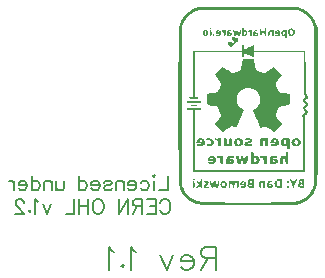
<source format=gbo>
G04 ---------------------------- Layer name :BOTTOM SILK LAYER*
G04 EasyEDA v5.8.20, Mon, 19 Nov 2018 02:26:46 GMT*
G04 9078f91518dc4e9cb65967eac6ea11d3*
G04 Gerber Generator version 0.2*
G04 Scale: 100 percent, Rotated: No, Reflected: No *
G04 Dimensions in inches *
G04 leading zeros omitted , absolute positions ,2 integer and 4 decimal *
%FSLAX24Y24*%
%MOIN*%
G90*
G70D02*

%ADD11C,0.008000*%

%LPD*%

%LPD*%
G36*
G01X8519Y16643D02*
G01X8372Y16643D01*
G01X8337Y16643D01*
G01X8236Y16643D01*
G01X8203Y16644D01*
G01X8171Y16644D01*
G01X8139Y16644D01*
G01X8109Y16644D01*
G01X8078Y16644D01*
G01X8048Y16644D01*
G01X8019Y16644D01*
G01X7991Y16644D01*
G01X7963Y16645D01*
G01X7935Y16645D01*
G01X7909Y16645D01*
G01X7883Y16645D01*
G01X7857Y16646D01*
G01X7832Y16646D01*
G01X7808Y16646D01*
G01X7784Y16646D01*
G01X7761Y16646D01*
G01X7739Y16647D01*
G01X7717Y16647D01*
G01X7696Y16648D01*
G01X7675Y16648D01*
G01X7655Y16648D01*
G01X7635Y16649D01*
G01X7617Y16649D01*
G01X7598Y16650D01*
G01X7581Y16650D01*
G01X7564Y16650D01*
G01X7547Y16651D01*
G01X7532Y16651D01*
G01X7517Y16652D01*
G01X7502Y16652D01*
G01X7488Y16653D01*
G01X7475Y16653D01*
G01X7462Y16653D01*
G01X7450Y16654D01*
G01X7439Y16655D01*
G01X7428Y16655D01*
G01X7418Y16656D01*
G01X7409Y16656D01*
G01X7400Y16657D01*
G01X7392Y16657D01*
G01X7384Y16658D01*
G01X7377Y16659D01*
G01X7371Y16659D01*
G01X7343Y16663D01*
G01X7315Y16667D01*
G01X7288Y16671D01*
G01X7261Y16676D01*
G01X7235Y16681D01*
G01X7210Y16687D01*
G01X7184Y16694D01*
G01X7159Y16701D01*
G01X7135Y16708D01*
G01X7111Y16716D01*
G01X7088Y16725D01*
G01X7065Y16734D01*
G01X7042Y16743D01*
G01X7020Y16753D01*
G01X6998Y16764D01*
G01X6977Y16775D01*
G01X6957Y16786D01*
G01X6936Y16798D01*
G01X6917Y16811D01*
G01X6898Y16824D01*
G01X6879Y16838D01*
G01X6861Y16852D01*
G01X6843Y16866D01*
G01X6826Y16881D01*
G01X6809Y16896D01*
G01X6793Y16912D01*
G01X6777Y16929D01*
G01X6761Y16946D01*
G01X6747Y16963D01*
G01X6732Y16981D01*
G01X6718Y16999D01*
G01X6705Y17018D01*
G01X6692Y17038D01*
G01X6680Y17057D01*
G01X6668Y17078D01*
G01X6657Y17098D01*
G01X6646Y17119D01*
G01X6636Y17141D01*
G01X6626Y17163D01*
G01X6617Y17186D01*
G01X6608Y17209D01*
G01X6600Y17232D01*
G01X6593Y17256D01*
G01X6585Y17280D01*
G01X6585Y17284D01*
G01X6584Y17288D01*
G01X6583Y17291D01*
G01X6582Y17295D01*
G01X6581Y17298D01*
G01X6580Y17302D01*
G01X6578Y17313D01*
G01X6577Y17317D01*
G01X6575Y17326D01*
G01X6575Y17330D01*
G01X6574Y17334D01*
G01X6573Y17339D01*
G01X6572Y17344D01*
G01X6572Y17349D01*
G01X6571Y17354D01*
G01X6570Y17359D01*
G01X6570Y17365D01*
G01X6569Y17371D01*
G01X6568Y17377D01*
G01X6568Y17383D01*
G01X6567Y17390D01*
G01X6567Y17396D01*
G01X6566Y17403D01*
G01X6565Y17411D01*
G01X6565Y17419D01*
G01X6564Y17427D01*
G01X6564Y17435D01*
G01X6564Y17443D01*
G01X6563Y17452D01*
G01X6563Y17461D01*
G01X6562Y17471D01*
G01X6561Y17481D01*
G01X6561Y17492D01*
G01X6561Y17502D01*
G01X6560Y17513D01*
G01X6560Y17525D01*
G01X6559Y17537D01*
G01X6559Y17550D01*
G01X6559Y17563D01*
G01X6558Y17576D01*
G01X6558Y17590D01*
G01X6557Y17604D01*
G01X6557Y17619D01*
G01X6557Y17634D01*
G01X6556Y17650D01*
G01X6556Y17667D01*
G01X6556Y17684D01*
G01X6556Y17701D01*
G01X6555Y17719D01*
G01X6555Y17738D01*
G01X6555Y17757D01*
G01X6555Y17776D01*
G01X6554Y17797D01*
G01X6554Y17818D01*
G01X6554Y17839D01*
G01X6553Y17861D01*
G01X6553Y17884D01*
G01X6553Y17908D01*
G01X6553Y17932D01*
G01X6553Y17957D01*
G01X6552Y17982D01*
G01X6552Y18009D01*
G01X6552Y18036D01*
G01X6552Y18063D01*
G01X6552Y18092D01*
G01X6552Y18121D01*
G01X6552Y18151D01*
G01X6552Y18182D01*
G01X6551Y18213D01*
G01X6551Y18245D01*
G01X6551Y18278D01*
G01X6551Y18312D01*
G01X6551Y18347D01*
G01X6551Y18382D01*
G01X6551Y18419D01*
G01X6551Y18494D01*
G01X6550Y18533D01*
G01X6550Y18573D01*
G01X6550Y18614D01*
G01X6550Y18698D01*
G01X6550Y18741D01*
G01X6550Y18878D01*
G01X6550Y18925D01*
G01X6550Y19230D01*
G01X6550Y19284D01*
G01X6550Y20880D01*
G01X6550Y20929D01*
G01X6550Y21117D01*
G01X6550Y21161D01*
G01X6550Y21248D01*
G01X6550Y21290D01*
G01X6550Y21332D01*
G01X6550Y21372D01*
G01X6550Y21412D01*
G01X6551Y21450D01*
G01X6551Y21488D01*
G01X6551Y21526D01*
G01X6551Y21562D01*
G01X6551Y21597D01*
G01X6551Y21632D01*
G01X6551Y21666D01*
G01X6552Y21699D01*
G01X6552Y21732D01*
G01X6552Y21763D01*
G01X6552Y21794D01*
G01X6552Y21825D01*
G01X6552Y21854D01*
G01X6553Y21883D01*
G01X6553Y21911D01*
G01X6553Y21939D01*
G01X6554Y21966D01*
G01X6554Y21992D01*
G01X6554Y22018D01*
G01X6555Y22042D01*
G01X6555Y22067D01*
G01X6555Y22090D01*
G01X6556Y22113D01*
G01X6556Y22136D01*
G01X6556Y22158D01*
G01X6557Y22179D01*
G01X6557Y22200D01*
G01X6558Y22220D01*
G01X6559Y22240D01*
G01X6559Y22259D01*
G01X6560Y22277D01*
G01X6560Y22295D01*
G01X6561Y22313D01*
G01X6561Y22330D01*
G01X6562Y22346D01*
G01X6563Y22362D01*
G01X6563Y22378D01*
G01X6564Y22393D01*
G01X6564Y22407D01*
G01X6565Y22422D01*
G01X6566Y22436D01*
G01X6567Y22449D01*
G01X6568Y22462D01*
G01X6568Y22474D01*
G01X6569Y22486D01*
G01X6570Y22498D01*
G01X6571Y22510D01*
G01X6572Y22521D01*
G01X6573Y22531D01*
G01X6574Y22542D01*
G01X6575Y22552D01*
G01X6576Y22561D01*
G01X6577Y22571D01*
G01X6578Y22580D01*
G01X6579Y22588D01*
G01X6580Y22597D01*
G01X6581Y22605D01*
G01X6582Y22613D01*
G01X6584Y22621D01*
G01X6585Y22628D01*
G01X6586Y22635D01*
G01X6588Y22642D01*
G01X6589Y22649D01*
G01X6590Y22656D01*
G01X6593Y22668D01*
G01X6594Y22674D01*
G01X6596Y22680D01*
G01X6597Y22686D01*
G01X6601Y22696D01*
G01X6602Y22702D01*
G01X6604Y22707D01*
G01X6606Y22712D01*
G01X6607Y22717D01*
G01X6613Y22731D01*
G01X6615Y22736D01*
G01X6619Y22745D01*
G01X6621Y22750D01*
G01X6623Y22754D01*
G01X6625Y22759D01*
G01X6627Y22763D01*
G01X6629Y22767D01*
G01X6635Y22781D01*
G01X6638Y22786D01*
G01X6640Y22791D01*
G01X6645Y22800D01*
G01X6647Y22805D01*
G01X6650Y22810D01*
G01X6652Y22815D01*
G01X6664Y22837D01*
G01X6676Y22858D01*
G01X6688Y22879D01*
G01X6702Y22900D01*
G01X6717Y22921D01*
G01X6732Y22941D01*
G01X6748Y22961D01*
G01X6765Y22980D01*
G01X6782Y22999D01*
G01X6801Y23018D01*
G01X6819Y23036D01*
G01X6839Y23054D01*
G01X6859Y23071D01*
G01X6880Y23088D01*
G01X6901Y23104D01*
G01X6922Y23120D01*
G01X6944Y23135D01*
G01X6966Y23149D01*
G01X6988Y23163D01*
G01X7011Y23176D01*
G01X7034Y23188D01*
G01X7057Y23199D01*
G01X7081Y23209D01*
G01X7105Y23219D01*
G01X7128Y23228D01*
G01X7152Y23236D01*
G01X7176Y23243D01*
G01X7200Y23250D01*
G01X7202Y23250D01*
G01X7205Y23250D01*
G01X7209Y23251D01*
G01X7214Y23251D01*
G01X7220Y23252D01*
G01X7227Y23252D01*
G01X7235Y23252D01*
G01X7243Y23253D01*
G01X7252Y23253D01*
G01X7263Y23253D01*
G01X7274Y23254D01*
G01X7285Y23254D01*
G01X7298Y23254D01*
G01X7312Y23255D01*
G01X7326Y23255D01*
G01X7341Y23255D01*
G01X7357Y23256D01*
G01X7373Y23256D01*
G01X7390Y23257D01*
G01X7409Y23257D01*
G01X7427Y23257D01*
G01X7447Y23257D01*
G01X7467Y23258D01*
G01X7488Y23258D01*
G01X7509Y23258D01*
G01X7531Y23259D01*
G01X7554Y23259D01*
G01X7577Y23259D01*
G01X7601Y23259D01*
G01X7626Y23260D01*
G01X7651Y23260D01*
G01X7677Y23260D01*
G01X7703Y23260D01*
G01X7730Y23261D01*
G01X7758Y23261D01*
G01X7786Y23261D01*
G01X7814Y23261D01*
G01X7844Y23261D01*
G01X7873Y23262D01*
G01X7903Y23262D01*
G01X7934Y23262D01*
G01X7965Y23262D01*
G01X7997Y23263D01*
G01X8029Y23263D01*
G01X8061Y23263D01*
G01X8094Y23263D01*
G01X8128Y23263D01*
G01X8161Y23263D01*
G01X8196Y23263D01*
G01X8230Y23263D01*
G01X8265Y23263D01*
G01X8336Y23263D01*
G01X8372Y23264D01*
G01X8482Y23264D01*
G01X8519Y23264D01*
G01X8671Y23264D01*
G01X8709Y23264D01*
G01X8827Y23264D01*
G01X8866Y23263D01*
G01X8906Y23263D01*
G01X10539Y23261D01*
G01X10647Y23217D01*
G01X10668Y23207D01*
G01X10689Y23198D01*
G01X10710Y23187D01*
G01X10731Y23177D01*
G01X10751Y23165D01*
G01X10771Y23153D01*
G01X10791Y23141D01*
G01X10810Y23128D01*
G01X10829Y23114D01*
G01X10847Y23100D01*
G01X10865Y23086D01*
G01X10883Y23071D01*
G01X10900Y23056D01*
G01X10917Y23040D01*
G01X10933Y23023D01*
G01X10949Y23007D01*
G01X10965Y22990D01*
G01X10980Y22972D01*
G01X10995Y22954D01*
G01X11009Y22936D01*
G01X11023Y22917D01*
G01X11036Y22897D01*
G01X11049Y22878D01*
G01X11061Y22858D01*
G01X11073Y22837D01*
G01X11084Y22817D01*
G01X11095Y22795D01*
G01X11105Y22774D01*
G01X11115Y22752D01*
G01X11124Y22730D01*
G01X11132Y22707D01*
G01X11140Y22684D01*
G01X11184Y22557D01*
G01X11189Y20111D01*
G01X11190Y20069D01*
G01X11190Y20027D01*
G01X11190Y19985D01*
G01X11190Y19943D01*
G01X11190Y19902D01*
G01X11190Y19820D01*
G01X11190Y19779D01*
G01X11190Y19699D01*
G01X11190Y19659D01*
G01X11190Y19580D01*
G01X11191Y19541D01*
G01X11191Y19350D01*
G01X11191Y19312D01*
G01X11191Y19024D01*
G01X11191Y18990D01*
G01X11191Y18854D01*
G01X11190Y18821D01*
G01X11190Y18724D01*
G01X11190Y18692D01*
G01X11190Y18630D01*
G01X11190Y18600D01*
G01X11190Y18569D01*
G01X11190Y18539D01*
G01X11190Y18509D01*
G01X11190Y18480D01*
G01X11190Y18452D01*
G01X11189Y18423D01*
G01X11189Y18395D01*
G01X11189Y18367D01*
G01X11189Y18340D01*
G01X11189Y18313D01*
G01X11189Y18286D01*
G01X11189Y18259D01*
G01X11189Y18234D01*
G01X11189Y18208D01*
G01X11189Y18183D01*
G01X11188Y18158D01*
G01X11188Y18134D01*
G01X11188Y18110D01*
G01X11188Y18086D01*
G01X11188Y18063D01*
G01X11188Y18040D01*
G01X11187Y18018D01*
G01X11187Y17996D01*
G01X11187Y17974D01*
G01X11187Y17953D01*
G01X11186Y17932D01*
G01X11186Y17912D01*
G01X11186Y17892D01*
G01X11186Y17873D01*
G01X11186Y17853D01*
G01X11185Y17835D01*
G01X11185Y17817D01*
G01X11185Y17799D01*
G01X11185Y17782D01*
G01X11185Y17765D01*
G01X11184Y17748D01*
G01X11184Y17732D01*
G01X11184Y17717D01*
G01X11184Y17702D01*
G01X11184Y17687D01*
G01X11183Y17673D01*
G01X11183Y17659D01*
G01X11183Y17646D01*
G01X11182Y17633D01*
G01X11182Y17621D01*
G01X11182Y17609D01*
G01X11181Y17598D01*
G01X11181Y17587D01*
G01X11181Y17576D01*
G01X11181Y17566D01*
G01X11180Y17557D01*
G01X11180Y17548D01*
G01X11180Y17539D01*
G01X11180Y17531D01*
G01X11179Y17524D01*
G01X11179Y17517D01*
G01X11178Y17510D01*
G01X11178Y17504D01*
G01X11178Y17498D01*
G01X11177Y17494D01*
G01X11177Y17489D01*
G01X11177Y17485D01*
G01X11177Y17482D01*
G01X11173Y17454D01*
G01X11170Y17427D01*
G01X11166Y17400D01*
G01X11162Y17374D01*
G01X11157Y17348D01*
G01X11152Y17323D01*
G01X11146Y17298D01*
G01X11139Y17274D01*
G01X11133Y17251D01*
G01X11126Y17227D01*
G01X11118Y17205D01*
G01X11110Y17182D01*
G01X11101Y17160D01*
G01X11092Y17139D01*
G01X11083Y17118D01*
G01X11073Y17097D01*
G01X11062Y17077D01*
G01X11051Y17057D01*
G01X11040Y17038D01*
G01X11028Y17019D01*
G01X11016Y17001D01*
G01X11003Y16983D01*
G01X10989Y16966D01*
G01X10976Y16949D01*
G01X10961Y16932D01*
G01X10946Y16916D01*
G01X10931Y16901D01*
G01X10915Y16885D01*
G01X10899Y16871D01*
G01X10882Y16856D01*
G01X10865Y16842D01*
G01X10847Y16828D01*
G01X10828Y16815D01*
G01X10810Y16803D01*
G01X10790Y16790D01*
G01X10771Y16778D01*
G01X10750Y16767D01*
G01X10730Y16756D01*
G01X10708Y16745D01*
G01X10686Y16735D01*
G01X10664Y16725D01*
G01X10641Y16715D01*
G01X10618Y16706D01*
G01X10593Y16698D01*
G01X10460Y16652D01*
G01X9014Y16644D01*
G01X8969Y16644D01*
G01X8925Y16644D01*
G01X8882Y16644D01*
G01X8839Y16644D01*
G01X8797Y16644D01*
G01X8756Y16644D01*
G01X8715Y16644D01*
G01X8674Y16644D01*
G01X8635Y16643D01*
G01X8557Y16643D01*
G01X8519Y16643D01*
G37*

%LPC*%
G36*
G01X8727Y16739D02*
G01X8762Y16739D01*
G01X8971Y16739D01*
G01X9006Y16739D01*
G01X9076Y16739D01*
G01X9110Y16739D01*
G01X9179Y16739D01*
G01X9213Y16739D01*
G01X9247Y16739D01*
G01X9281Y16740D01*
G01X9314Y16740D01*
G01X9348Y16740D01*
G01X9381Y16740D01*
G01X9414Y16740D01*
G01X9447Y16740D01*
G01X9479Y16740D01*
G01X9511Y16741D01*
G01X9543Y16741D01*
G01X9575Y16741D01*
G01X9606Y16741D01*
G01X9636Y16742D01*
G01X9667Y16742D01*
G01X9697Y16742D01*
G01X9727Y16742D01*
G01X9756Y16742D01*
G01X9784Y16743D01*
G01X9813Y16743D01*
G01X9840Y16744D01*
G01X9868Y16744D01*
G01X9894Y16744D01*
G01X9921Y16744D01*
G01X9946Y16745D01*
G01X9972Y16745D01*
G01X9996Y16746D01*
G01X10020Y16746D01*
G01X10043Y16746D01*
G01X10066Y16747D01*
G01X10088Y16747D01*
G01X10110Y16748D01*
G01X10131Y16748D01*
G01X10151Y16748D01*
G01X10170Y16749D01*
G01X10189Y16749D01*
G01X10206Y16750D01*
G01X10224Y16750D01*
G01X10240Y16751D01*
G01X10256Y16751D01*
G01X10271Y16752D01*
G01X10285Y16752D01*
G01X10297Y16753D01*
G01X10310Y16753D01*
G01X10321Y16754D01*
G01X10332Y16755D01*
G01X10341Y16755D01*
G01X10350Y16756D01*
G01X10358Y16756D01*
G01X10365Y16757D01*
G01X10371Y16757D01*
G01X10398Y16761D01*
G01X10426Y16765D01*
G01X10453Y16770D01*
G01X10480Y16776D01*
G01X10507Y16782D01*
G01X10533Y16790D01*
G01X10559Y16797D01*
G01X10585Y16806D01*
G01X10610Y16815D01*
G01X10635Y16825D01*
G01X10659Y16835D01*
G01X10683Y16846D01*
G01X10706Y16857D01*
G01X10728Y16869D01*
G01X10750Y16882D01*
G01X10771Y16895D01*
G01X10792Y16909D01*
G01X10811Y16923D01*
G01X10830Y16938D01*
G01X10847Y16953D01*
G01X10858Y16963D01*
G01X10870Y16975D01*
G01X10882Y16989D01*
G01X10894Y17005D01*
G01X10907Y17022D01*
G01X10920Y17040D01*
G01X10933Y17060D01*
G01X10946Y17080D01*
G01X10959Y17101D01*
G01X10971Y17122D01*
G01X10982Y17143D01*
G01X10993Y17165D01*
G01X11067Y17313D01*
G01X11072Y19926D01*
G01X11073Y19996D01*
G01X11073Y20066D01*
G01X11073Y20134D01*
G01X11073Y20201D01*
G01X11073Y20267D01*
G01X11073Y20331D01*
G01X11073Y20394D01*
G01X11073Y20456D01*
G01X11073Y20517D01*
G01X11074Y20577D01*
G01X11074Y20635D01*
G01X11074Y20692D01*
G01X11074Y20748D01*
G01X11074Y20803D01*
G01X11074Y20857D01*
G01X11074Y20910D01*
G01X11074Y21012D01*
G01X11075Y21062D01*
G01X11075Y21294D01*
G01X11075Y21337D01*
G01X11075Y21538D01*
G01X11075Y21576D01*
G01X11075Y21717D01*
G01X11074Y21750D01*
G01X11074Y21782D01*
G01X11074Y21814D01*
G01X11074Y21874D01*
G01X11074Y21903D01*
G01X11074Y21931D01*
G01X11074Y21959D01*
G01X11073Y21985D01*
G01X11073Y22011D01*
G01X11073Y22036D01*
G01X11073Y22061D01*
G01X11073Y22084D01*
G01X11073Y22107D01*
G01X11072Y22130D01*
G01X11072Y22151D01*
G01X11072Y22172D01*
G01X11072Y22192D01*
G01X11072Y22212D01*
G01X11071Y22231D01*
G01X11071Y22249D01*
G01X11071Y22267D01*
G01X11071Y22284D01*
G01X11070Y22301D01*
G01X11070Y22317D01*
G01X11070Y22332D01*
G01X11069Y22347D01*
G01X11069Y22362D01*
G01X11069Y22376D01*
G01X11068Y22389D01*
G01X11068Y22402D01*
G01X11068Y22414D01*
G01X11067Y22426D01*
G01X11067Y22438D01*
G01X11066Y22449D01*
G01X11066Y22459D01*
G01X11065Y22470D01*
G01X11065Y22480D01*
G01X11064Y22489D01*
G01X11064Y22498D01*
G01X11063Y22507D01*
G01X11063Y22515D01*
G01X11062Y22523D01*
G01X11062Y22530D01*
G01X11061Y22538D01*
G01X11060Y22545D01*
G01X11060Y22552D01*
G01X11059Y22558D01*
G01X11059Y22564D01*
G01X11058Y22570D01*
G01X11057Y22576D01*
G01X11057Y22581D01*
G01X11056Y22586D01*
G01X11055Y22592D01*
G01X11055Y22596D01*
G01X11054Y22601D01*
G01X11052Y22610D01*
G01X11052Y22614D01*
G01X11050Y22622D01*
G01X11049Y22626D01*
G01X11048Y22630D01*
G01X11047Y22633D01*
G01X11046Y22637D01*
G01X11046Y22640D01*
G01X11044Y22644D01*
G01X11040Y22657D01*
G01X11039Y22661D01*
G01X11039Y22665D01*
G01X11031Y22688D01*
G01X11022Y22712D01*
G01X11012Y22736D01*
G01X11002Y22758D01*
G01X10991Y22780D01*
G01X10980Y22802D01*
G01X10967Y22823D01*
G01X10954Y22844D01*
G01X10941Y22864D01*
G01X10926Y22884D01*
G01X10911Y22903D01*
G01X10896Y22922D01*
G01X10879Y22940D01*
G01X10862Y22958D01*
G01X10845Y22975D01*
G01X10827Y22991D01*
G01X10808Y23007D01*
G01X10788Y23022D01*
G01X10768Y23037D01*
G01X10748Y23051D01*
G01X10727Y23064D01*
G01X10705Y23077D01*
G01X10682Y23089D01*
G01X10660Y23101D01*
G01X10636Y23112D01*
G01X10612Y23122D01*
G01X10588Y23132D01*
G01X10563Y23140D01*
G01X10555Y23143D01*
G01X10551Y23144D01*
G01X10542Y23146D01*
G01X10537Y23148D01*
G01X10532Y23149D01*
G01X10527Y23150D01*
G01X10522Y23151D01*
G01X10516Y23152D01*
G01X10509Y23153D01*
G01X10503Y23153D01*
G01X10496Y23155D01*
G01X10488Y23155D01*
G01X10481Y23156D01*
G01X10472Y23157D01*
G01X10463Y23158D01*
G01X10454Y23159D01*
G01X10444Y23159D01*
G01X10434Y23160D01*
G01X10423Y23161D01*
G01X10411Y23161D01*
G01X10399Y23162D01*
G01X10386Y23163D01*
G01X10373Y23163D01*
G01X10359Y23163D01*
G01X10344Y23164D01*
G01X10329Y23165D01*
G01X10313Y23165D01*
G01X10296Y23165D01*
G01X10278Y23166D01*
G01X10259Y23167D01*
G01X10240Y23167D01*
G01X10219Y23167D01*
G01X10198Y23168D01*
G01X10176Y23168D01*
G01X10153Y23168D01*
G01X10130Y23169D01*
G01X10105Y23169D01*
G01X10079Y23169D01*
G01X10052Y23169D01*
G01X10024Y23170D01*
G01X9996Y23170D01*
G01X9965Y23170D01*
G01X9935Y23170D01*
G01X9902Y23171D01*
G01X9869Y23171D01*
G01X9835Y23171D01*
G01X9799Y23171D01*
G01X9762Y23171D01*
G01X9724Y23171D01*
G01X9685Y23171D01*
G01X9645Y23171D01*
G01X9603Y23171D01*
G01X9470Y23171D01*
G01X9422Y23172D01*
G01X9053Y23172D01*
G01X8994Y23171D01*
G01X8818Y23171D01*
G01X8765Y23171D01*
G01X8663Y23171D01*
G01X8613Y23171D01*
G01X8517Y23171D01*
G01X8471Y23171D01*
G01X8425Y23171D01*
G01X8381Y23171D01*
G01X8337Y23171D01*
G01X8295Y23171D01*
G01X8253Y23170D01*
G01X8213Y23170D01*
G01X8173Y23170D01*
G01X8135Y23170D01*
G01X8097Y23170D01*
G01X8061Y23169D01*
G01X8025Y23169D01*
G01X7990Y23169D01*
G01X7956Y23169D01*
G01X7923Y23169D01*
G01X7891Y23169D01*
G01X7860Y23168D01*
G01X7830Y23168D01*
G01X7800Y23168D01*
G01X7771Y23167D01*
G01X7743Y23167D01*
G01X7716Y23167D01*
G01X7690Y23167D01*
G01X7665Y23166D01*
G01X7640Y23166D01*
G01X7616Y23165D01*
G01X7593Y23165D01*
G01X7571Y23165D01*
G01X7549Y23165D01*
G01X7528Y23164D01*
G01X7508Y23164D01*
G01X7489Y23163D01*
G01X7470Y23163D01*
G01X7452Y23163D01*
G01X7435Y23162D01*
G01X7418Y23161D01*
G01X7402Y23161D01*
G01X7387Y23161D01*
G01X7372Y23160D01*
G01X7359Y23160D01*
G01X7345Y23159D01*
G01X7332Y23159D01*
G01X7320Y23158D01*
G01X7309Y23157D01*
G01X7298Y23157D01*
G01X7288Y23156D01*
G01X7278Y23156D01*
G01X7268Y23155D01*
G01X7260Y23154D01*
G01X7252Y23154D01*
G01X7244Y23153D01*
G01X7237Y23152D01*
G01X7230Y23152D01*
G01X7224Y23151D01*
G01X7218Y23150D01*
G01X7213Y23150D01*
G01X7209Y23149D01*
G01X7205Y23148D01*
G01X7201Y23147D01*
G01X7197Y23146D01*
G01X7194Y23146D01*
G01X7171Y23138D01*
G01X7148Y23130D01*
G01X7126Y23121D01*
G01X7104Y23111D01*
G01X7082Y23102D01*
G01X7062Y23092D01*
G01X7042Y23082D01*
G01X7022Y23071D01*
G01X7003Y23059D01*
G01X6984Y23047D01*
G01X6966Y23035D01*
G01X6948Y23022D01*
G01X6931Y23009D01*
G01X6914Y22995D01*
G01X6898Y22980D01*
G01X6882Y22965D01*
G01X6867Y22950D01*
G01X6852Y22934D01*
G01X6838Y22918D01*
G01X6824Y22901D01*
G01X6810Y22883D01*
G01X6797Y22865D01*
G01X6785Y22847D01*
G01X6773Y22828D01*
G01X6761Y22808D01*
G01X6750Y22788D01*
G01X6739Y22767D01*
G01X6728Y22746D01*
G01X6667Y22615D01*
G01X6667Y17296D01*
G01X6723Y17180D01*
G01X6735Y17157D01*
G01X6747Y17135D01*
G01X6760Y17114D01*
G01X6773Y17093D01*
G01X6786Y17073D01*
G01X6801Y17054D01*
G01X6816Y17035D01*
G01X6831Y17016D01*
G01X6847Y16998D01*
G01X6864Y16981D01*
G01X6881Y16965D01*
G01X6899Y16948D01*
G01X6917Y16933D01*
G01X6936Y16918D01*
G01X6955Y16904D01*
G01X6975Y16890D01*
G01X6996Y16878D01*
G01X7017Y16865D01*
G01X7038Y16853D01*
G01X7060Y16842D01*
G01X7083Y16832D01*
G01X7106Y16822D01*
G01X7129Y16813D01*
G01X7153Y16804D01*
G01X7178Y16796D01*
G01X7203Y16788D01*
G01X7228Y16782D01*
G01X7255Y16776D01*
G01X7281Y16770D01*
G01X7308Y16765D01*
G01X7335Y16761D01*
G01X7364Y16757D01*
G01X7369Y16757D01*
G01X7376Y16756D01*
G01X7384Y16756D01*
G01X7393Y16755D01*
G01X7402Y16755D01*
G01X7413Y16754D01*
G01X7424Y16753D01*
G01X7436Y16753D01*
G01X7449Y16752D01*
G01X7463Y16752D01*
G01X7478Y16751D01*
G01X7494Y16751D01*
G01X7510Y16750D01*
G01X7527Y16750D01*
G01X7545Y16749D01*
G01X7564Y16749D01*
G01X7583Y16748D01*
G01X7603Y16748D01*
G01X7624Y16748D01*
G01X7645Y16747D01*
G01X7668Y16747D01*
G01X7690Y16746D01*
G01X7714Y16746D01*
G01X7738Y16746D01*
G01X7762Y16745D01*
G01X7787Y16745D01*
G01X7813Y16744D01*
G01X7839Y16744D01*
G01X7866Y16744D01*
G01X7893Y16744D01*
G01X7921Y16743D01*
G01X7949Y16743D01*
G01X7978Y16742D01*
G01X8007Y16742D01*
G01X8036Y16742D01*
G01X8067Y16742D01*
G01X8097Y16742D01*
G01X8128Y16741D01*
G01X8159Y16741D01*
G01X8190Y16741D01*
G01X8222Y16741D01*
G01X8254Y16740D01*
G01X8286Y16740D01*
G01X8319Y16740D01*
G01X8352Y16740D01*
G01X8385Y16740D01*
G01X8419Y16740D01*
G01X8452Y16740D01*
G01X8486Y16739D01*
G01X8520Y16739D01*
G01X8554Y16739D01*
G01X8623Y16739D01*
G01X8658Y16739D01*
G01X8727Y16739D01*
G37*

%LPD*%
G36*
G01X7516Y17228D02*
G01X7496Y17227D01*
G01X7475Y17228D01*
G01X7453Y17232D01*
G01X7431Y17240D01*
G01X7415Y17250D01*
G01X7405Y17264D01*
G01X7400Y17282D01*
G01X7400Y17301D01*
G01X7405Y17321D01*
G01X7415Y17340D01*
G01X7430Y17356D01*
G01X7448Y17367D01*
G01X7466Y17377D01*
G01X7479Y17388D01*
G01X7486Y17398D01*
G01X7486Y17407D01*
G01X7481Y17412D01*
G01X7473Y17415D01*
G01X7465Y17415D01*
G01X7457Y17413D01*
G01X7438Y17407D01*
G01X7419Y17414D01*
G01X7409Y17427D01*
G01X7410Y17444D01*
G01X7427Y17456D01*
G01X7456Y17461D01*
G01X7490Y17459D01*
G01X7526Y17451D01*
G01X7540Y17442D01*
G01X7550Y17430D01*
G01X7555Y17415D01*
G01X7555Y17399D01*
G01X7550Y17381D01*
G01X7540Y17364D01*
G01X7526Y17348D01*
G01X7507Y17332D01*
G01X7489Y17319D01*
G01X7473Y17305D01*
G01X7462Y17292D01*
G01X7459Y17282D01*
G01X7462Y17275D01*
G01X7473Y17271D01*
G01X7489Y17271D01*
G01X7507Y17275D01*
G01X7530Y17278D01*
G01X7546Y17277D01*
G01X7554Y17270D01*
G01X7556Y17257D01*
G01X7553Y17246D01*
G01X7545Y17238D01*
G01X7532Y17232D01*
G01X7516Y17228D01*
G37*

%LPC*%

%LPD*%
G36*
G01X8713Y17230D02*
G01X8689Y17227D01*
G01X8667Y17228D01*
G01X8649Y17234D01*
G01X8637Y17244D01*
G01X8632Y17257D01*
G01X8635Y17271D01*
G01X8641Y17278D01*
G01X8652Y17280D01*
G01X8668Y17277D01*
G01X8685Y17275D01*
G01X8702Y17277D01*
G01X8717Y17284D01*
G01X8730Y17296D01*
G01X8740Y17311D01*
G01X8737Y17319D01*
G01X8719Y17323D01*
G01X8684Y17325D01*
G01X8648Y17326D01*
G01X8627Y17332D01*
G01X8615Y17344D01*
G01X8613Y17363D01*
G01X8615Y17380D01*
G01X8622Y17398D01*
G01X8631Y17417D01*
G01X8643Y17432D01*
G01X8658Y17443D01*
G01X8676Y17453D01*
G01X8694Y17459D01*
G01X8710Y17461D01*
G01X8731Y17459D01*
G01X8750Y17452D01*
G01X8767Y17440D01*
G01X8781Y17426D01*
G01X8792Y17409D01*
G01X8800Y17389D01*
G01X8806Y17368D01*
G01X8807Y17346D01*
G01X8805Y17324D01*
G01X8799Y17302D01*
G01X8789Y17282D01*
G01X8776Y17263D01*
G01X8758Y17248D01*
G01X8736Y17237D01*
G01X8713Y17230D01*
G37*

%LPC*%
G36*
G01X8686Y17368D02*
G01X8710Y17365D01*
G01X8726Y17366D01*
G01X8736Y17371D01*
G01X8739Y17380D01*
G01X8736Y17394D01*
G01X8726Y17412D01*
G01X8714Y17421D01*
G01X8700Y17420D01*
G01X8685Y17409D01*
G01X8672Y17392D01*
G01X8673Y17378D01*
G01X8686Y17368D01*
G37*

%LPD*%
G36*
G01X9281Y17232D02*
G01X9268Y17228D01*
G01X9259Y17232D01*
G01X9251Y17243D01*
G01X9246Y17260D01*
G01X9241Y17282D01*
G01X9238Y17306D01*
G01X9237Y17333D01*
G01X9237Y17359D01*
G01X9239Y17385D01*
G01X9242Y17408D01*
G01X9247Y17427D01*
G01X9254Y17441D01*
G01X9263Y17448D01*
G01X9278Y17452D01*
G01X9302Y17454D01*
G01X9330Y17455D01*
G01X9360Y17455D01*
G01X9434Y17453D01*
G01X9434Y17340D01*
G01X9432Y17286D01*
G01X9428Y17251D01*
G01X9419Y17233D01*
G01X9405Y17228D01*
G01X9391Y17232D01*
G01X9382Y17247D01*
G01X9377Y17274D01*
G01X9376Y17315D01*
G01X9374Y17361D01*
G01X9368Y17388D01*
G01X9356Y17400D01*
G01X9336Y17403D01*
G01X9316Y17400D01*
G01X9304Y17388D01*
G01X9299Y17361D01*
G01X9297Y17315D01*
G01X9296Y17274D01*
G01X9291Y17247D01*
G01X9281Y17232D01*
G37*

%LPC*%

%LPD*%
G36*
G01X8264Y17232D02*
G01X8251Y17228D01*
G01X8237Y17232D01*
G01X8228Y17250D01*
G01X8223Y17282D01*
G01X8222Y17332D01*
G01X8222Y17373D01*
G01X8225Y17408D01*
G01X8228Y17434D01*
G01X8232Y17446D01*
G01X8238Y17449D01*
G01X8249Y17451D01*
G01X8265Y17452D01*
G01X8286Y17454D01*
G01X8310Y17455D01*
G01X8338Y17455D01*
G01X8367Y17456D01*
G01X8398Y17455D01*
G01X8553Y17453D01*
G01X8553Y17340D01*
G01X8552Y17286D01*
G01X8548Y17251D01*
G01X8539Y17233D01*
G01X8525Y17228D01*
G01X8511Y17232D01*
G01X8502Y17247D01*
G01X8497Y17274D01*
G01X8496Y17315D01*
G01X8494Y17361D01*
G01X8488Y17388D01*
G01X8477Y17400D01*
G01X8456Y17403D01*
G01X8436Y17400D01*
G01X8424Y17388D01*
G01X8418Y17361D01*
G01X8417Y17315D01*
G01X8415Y17275D01*
G01X8410Y17248D01*
G01X8402Y17232D01*
G01X8389Y17228D01*
G01X8376Y17232D01*
G01X8366Y17248D01*
G01X8359Y17273D01*
G01X8355Y17311D01*
G01X8350Y17349D01*
G01X8342Y17376D01*
G01X8331Y17392D01*
G01X8314Y17400D01*
G01X8297Y17400D01*
G01X8287Y17388D01*
G01X8282Y17362D01*
G01X8281Y17317D01*
G01X8279Y17275D01*
G01X8274Y17247D01*
G01X8264Y17232D01*
G37*

%LPC*%

%LPD*%
G36*
G01X8081Y17230D02*
G01X8059Y17228D01*
G01X8035Y17230D01*
G01X8015Y17237D01*
G01X7996Y17248D01*
G01X7981Y17263D01*
G01X7968Y17280D01*
G01X7958Y17299D01*
G01X7952Y17320D01*
G01X7949Y17342D01*
G01X7951Y17364D01*
G01X7956Y17386D01*
G01X7965Y17407D01*
G01X7980Y17427D01*
G01X7996Y17441D01*
G01X8013Y17452D01*
G01X8032Y17458D01*
G01X8051Y17460D01*
G01X8071Y17459D01*
G01X8090Y17453D01*
G01X8109Y17443D01*
G01X8127Y17430D01*
G01X8142Y17412D01*
G01X8152Y17393D01*
G01X8159Y17371D01*
G01X8161Y17349D01*
G01X8159Y17327D01*
G01X8154Y17305D01*
G01X8145Y17284D01*
G01X8133Y17266D01*
G01X8118Y17250D01*
G01X8101Y17238D01*
G01X8081Y17230D01*
G37*

%LPC*%
G36*
G01X8034Y17290D02*
G01X8047Y17288D01*
G01X8061Y17290D01*
G01X8074Y17298D01*
G01X8085Y17309D01*
G01X8092Y17325D01*
G01X8094Y17344D01*
G01X8092Y17366D01*
G01X8085Y17382D01*
G01X8075Y17394D01*
G01X8060Y17400D01*
G01X8034Y17396D01*
G01X8016Y17377D01*
G01X8008Y17348D01*
G01X8014Y17313D01*
G01X8022Y17299D01*
G01X8034Y17290D01*
G37*

%LPD*%
G36*
G01X7693Y17232D02*
G01X7677Y17228D01*
G01X7668Y17229D01*
G01X7660Y17234D01*
G01X7651Y17242D01*
G01X7643Y17254D01*
G01X7636Y17270D01*
G01X7628Y17290D01*
G01X7620Y17315D01*
G01X7611Y17346D01*
G01X7602Y17381D01*
G01X7595Y17409D01*
G01X7591Y17430D01*
G01X7590Y17444D01*
G01X7591Y17453D01*
G01X7595Y17458D01*
G01X7601Y17459D01*
G01X7610Y17459D01*
G01X7624Y17450D01*
G01X7639Y17431D01*
G01X7652Y17404D01*
G01X7664Y17373D01*
G01X7685Y17296D01*
G01X7700Y17378D01*
G01X7708Y17419D01*
G01X7718Y17444D01*
G01X7733Y17458D01*
G01X7752Y17461D01*
G01X7772Y17458D01*
G01X7786Y17444D01*
G01X7796Y17419D01*
G01X7805Y17378D01*
G01X7818Y17296D01*
G01X7840Y17373D01*
G01X7852Y17404D01*
G01X7865Y17431D01*
G01X7880Y17450D01*
G01X7893Y17459D01*
G01X7903Y17459D01*
G01X7909Y17458D01*
G01X7913Y17453D01*
G01X7914Y17444D01*
G01X7913Y17430D01*
G01X7909Y17409D01*
G01X7902Y17381D01*
G01X7893Y17346D01*
G01X7884Y17315D01*
G01X7876Y17290D01*
G01X7868Y17269D01*
G01X7861Y17253D01*
G01X7853Y17242D01*
G01X7844Y17234D01*
G01X7836Y17229D01*
G01X7827Y17228D01*
G01X7810Y17232D01*
G01X7797Y17245D01*
G01X7787Y17269D01*
G01X7780Y17305D01*
G01X7773Y17335D01*
G01X7767Y17356D01*
G01X7760Y17368D01*
G01X7753Y17371D01*
G01X7746Y17365D01*
G01X7739Y17351D01*
G01X7731Y17328D01*
G01X7725Y17296D01*
G01X7717Y17265D01*
G01X7706Y17244D01*
G01X7693Y17232D01*
G37*

%LPC*%

%LPD*%
G36*
G01X7072Y17233D02*
G01X7057Y17228D01*
G01X7043Y17233D01*
G01X7034Y17252D01*
G01X7030Y17288D01*
G01X7028Y17344D01*
G01X7030Y17401D01*
G01X7034Y17437D01*
G01X7043Y17456D01*
G01X7057Y17461D01*
G01X7072Y17456D01*
G01X7081Y17437D01*
G01X7086Y17401D01*
G01X7088Y17344D01*
G01X7086Y17288D01*
G01X7081Y17252D01*
G01X7072Y17233D01*
G37*

%LPC*%

%LPD*%
G36*
G01X10744Y17228D02*
G01X10668Y17228D01*
G01X10639Y17229D01*
G01X10613Y17234D01*
G01X10589Y17242D01*
G01X10569Y17253D01*
G01X10552Y17266D01*
G01X10540Y17281D01*
G01X10532Y17297D01*
G01X10530Y17315D01*
G01X10531Y17327D01*
G01X10535Y17338D01*
G01X10541Y17347D01*
G01X10548Y17353D01*
G01X10555Y17363D01*
G01X10558Y17380D01*
G01X10558Y17401D01*
G01X10556Y17426D01*
G01X10551Y17453D01*
G01X10552Y17475D01*
G01X10559Y17491D01*
G01X10571Y17503D01*
G01X10587Y17509D01*
G01X10611Y17515D01*
G01X10640Y17519D01*
G01X10671Y17521D01*
G01X10744Y17521D01*
G01X10744Y17228D01*
G37*

%LPC*%
G36*
G01X10620Y17288D02*
G01X10649Y17287D01*
G01X10675Y17296D01*
G01X10685Y17315D01*
G01X10683Y17327D01*
G01X10675Y17336D01*
G01X10664Y17342D01*
G01X10650Y17344D01*
G01X10622Y17341D01*
G01X10603Y17332D01*
G01X10595Y17319D01*
G01X10600Y17303D01*
G01X10620Y17288D01*
G37*
G36*
G01X10631Y17406D02*
G01X10647Y17403D01*
G01X10662Y17406D01*
G01X10674Y17412D01*
G01X10682Y17421D01*
G01X10685Y17432D01*
G01X10682Y17444D01*
G01X10674Y17453D01*
G01X10662Y17459D01*
G01X10647Y17461D01*
G01X10631Y17459D01*
G01X10619Y17453D01*
G01X10610Y17444D01*
G01X10607Y17432D01*
G01X10610Y17421D01*
G01X10619Y17412D01*
G01X10631Y17406D01*
G37*

%LPD*%
G36*
G01X10395Y17231D02*
G01X10382Y17228D01*
G01X10370Y17231D01*
G01X10361Y17242D01*
G01X10355Y17259D01*
G01X10353Y17284D01*
G01X10352Y17297D01*
G01X10350Y17313D01*
G01X10345Y17330D01*
G01X10339Y17350D01*
G01X10331Y17370D01*
G01X10322Y17391D01*
G01X10313Y17411D01*
G01X10302Y17430D01*
G01X10276Y17480D01*
G01X10265Y17507D01*
G01X10270Y17518D01*
G01X10289Y17521D01*
G01X10307Y17516D01*
G01X10324Y17504D01*
G01X10341Y17484D01*
G01X10356Y17459D01*
G01X10385Y17398D01*
G01X10410Y17459D01*
G01X10424Y17485D01*
G01X10439Y17505D01*
G01X10456Y17517D01*
G01X10475Y17521D01*
G01X10494Y17518D01*
G01X10500Y17507D01*
G01X10490Y17480D01*
G01X10463Y17430D01*
G01X10452Y17411D01*
G01X10443Y17391D01*
G01X10434Y17370D01*
G01X10427Y17350D01*
G01X10420Y17330D01*
G01X10415Y17313D01*
G01X10413Y17297D01*
G01X10411Y17284D01*
G01X10410Y17259D01*
G01X10404Y17242D01*
G01X10395Y17231D01*
G37*

%LPC*%

%LPD*%
G36*
G01X10002Y17228D02*
G01X9922Y17228D01*
G01X9900Y17228D01*
G01X9879Y17232D01*
G01X9860Y17237D01*
G01X9841Y17243D01*
G01X9825Y17252D01*
G01X9809Y17261D01*
G01X9795Y17273D01*
G01X9783Y17285D01*
G01X9773Y17298D01*
G01X9764Y17313D01*
G01X9758Y17328D01*
G01X9753Y17343D01*
G01X9750Y17359D01*
G01X9750Y17376D01*
G01X9751Y17392D01*
G01X9755Y17409D01*
G01X9761Y17425D01*
G01X9770Y17441D01*
G01X9781Y17457D01*
G01X9794Y17473D01*
G01X9822Y17495D01*
G01X9850Y17510D01*
G01X9883Y17518D01*
G01X9922Y17521D01*
G01X10002Y17521D01*
G01X10002Y17228D01*
G37*

%LPC*%
G36*
G01X9889Y17290D02*
G01X9919Y17288D01*
G01X9935Y17296D01*
G01X9941Y17323D01*
G01X9943Y17373D01*
G01X9941Y17421D01*
G01X9935Y17448D01*
G01X9920Y17459D01*
G01X9893Y17461D01*
G01X9873Y17460D01*
G01X9857Y17455D01*
G01X9845Y17448D01*
G01X9836Y17436D01*
G01X9830Y17421D01*
G01X9827Y17403D01*
G01X9826Y17379D01*
G01X9828Y17352D01*
G01X9834Y17324D01*
G01X9844Y17306D01*
G01X9862Y17295D01*
G01X9889Y17290D01*
G37*

%LPD*%
G36*
G01X9063Y17228D02*
G01X8985Y17228D01*
G01X8957Y17229D01*
G01X8931Y17234D01*
G01X8907Y17242D01*
G01X8887Y17253D01*
G01X8871Y17266D01*
G01X8858Y17281D01*
G01X8850Y17297D01*
G01X8847Y17315D01*
G01X8849Y17327D01*
G01X8853Y17338D01*
G01X8859Y17347D01*
G01X8867Y17353D01*
G01X8873Y17363D01*
G01X8876Y17380D01*
G01X8876Y17401D01*
G01X8873Y17426D01*
G01X8869Y17453D01*
G01X8871Y17475D01*
G01X8877Y17491D01*
G01X8889Y17503D01*
G01X8905Y17509D01*
G01X8929Y17515D01*
G01X8959Y17519D01*
G01X8989Y17521D01*
G01X9063Y17521D01*
G01X9063Y17228D01*
G37*

%LPC*%
G36*
G01X8939Y17288D02*
G01X8967Y17287D01*
G01X8993Y17296D01*
G01X9003Y17315D01*
G01X9001Y17327D01*
G01X8993Y17336D01*
G01X8981Y17342D01*
G01X8968Y17344D01*
G01X8940Y17341D01*
G01X8921Y17332D01*
G01X8913Y17319D01*
G01X8918Y17303D01*
G01X8939Y17288D01*
G37*
G36*
G01X8949Y17406D02*
G01X8964Y17403D01*
G01X8980Y17406D01*
G01X8992Y17412D01*
G01X9001Y17421D01*
G01X9003Y17432D01*
G01X9001Y17444D01*
G01X8992Y17453D01*
G01X8980Y17459D01*
G01X8964Y17461D01*
G01X8949Y17459D01*
G01X8937Y17453D01*
G01X8928Y17444D01*
G01X8926Y17432D01*
G01X8928Y17421D01*
G01X8937Y17412D01*
G01X8949Y17406D01*
G37*

%LPD*%
G36*
G01X7180Y17230D02*
G01X7163Y17228D01*
G01X7140Y17229D01*
G01X7134Y17236D01*
G01X7143Y17255D01*
G01X7171Y17292D01*
G01X7219Y17355D01*
G01X7181Y17403D01*
G01X7165Y17425D01*
G01X7159Y17441D01*
G01X7159Y17453D01*
G01X7165Y17459D01*
G01X7177Y17459D01*
G01X7193Y17453D01*
G01X7213Y17440D01*
G01X7235Y17421D01*
G01X7282Y17377D01*
G01X7282Y17459D01*
G01X7284Y17497D01*
G01X7289Y17522D01*
G01X7298Y17536D01*
G01X7313Y17540D01*
G01X7320Y17539D01*
G01X7327Y17534D01*
G01X7332Y17524D01*
G01X7336Y17509D01*
G01X7338Y17488D01*
G01X7340Y17461D01*
G01X7341Y17427D01*
G01X7342Y17384D01*
G01X7341Y17341D01*
G01X7340Y17306D01*
G01X7338Y17279D01*
G01X7336Y17258D01*
G01X7332Y17244D01*
G01X7327Y17234D01*
G01X7320Y17229D01*
G01X7313Y17228D01*
G01X7301Y17230D01*
G01X7291Y17239D01*
G01X7285Y17251D01*
G01X7282Y17267D01*
G01X7281Y17282D01*
G01X7277Y17294D01*
G01X7271Y17302D01*
G01X7264Y17305D01*
G01X7255Y17302D01*
G01X7244Y17294D01*
G01X7234Y17282D01*
G01X7225Y17267D01*
G01X7213Y17251D01*
G01X7197Y17239D01*
G01X7180Y17230D01*
G37*

%LPC*%

%LPD*%
G36*
G01X9601Y17232D02*
G01X9565Y17232D01*
G01X9548Y17232D01*
G01X9536Y17234D01*
G01X9526Y17238D01*
G01X9520Y17246D01*
G01X9516Y17258D01*
G01X9514Y17277D01*
G01X9513Y17302D01*
G01X9513Y17336D01*
G01X9514Y17379D01*
G01X9519Y17414D01*
G01X9527Y17438D01*
G01X9536Y17450D01*
G01X9554Y17455D01*
G01X9576Y17457D01*
G01X9599Y17457D01*
G01X9622Y17455D01*
G01X9643Y17452D01*
G01X9660Y17446D01*
G01X9671Y17440D01*
G01X9673Y17432D01*
G01X9668Y17425D01*
G01X9657Y17419D01*
G01X9643Y17415D01*
G01X9626Y17413D01*
G01X9609Y17411D01*
G01X9594Y17406D01*
G01X9582Y17398D01*
G01X9576Y17388D01*
G01X9575Y17378D01*
G01X9582Y17371D01*
G01X9596Y17366D01*
G01X9614Y17365D01*
G01X9634Y17363D01*
G01X9652Y17359D01*
G01X9668Y17351D01*
G01X9682Y17342D01*
G01X9693Y17330D01*
G01X9701Y17315D01*
G01X9706Y17300D01*
G01X9707Y17282D01*
G01X9706Y17270D01*
G01X9700Y17259D01*
G01X9689Y17251D01*
G01X9674Y17244D01*
G01X9655Y17238D01*
G01X9630Y17235D01*
G01X9601Y17232D01*
G37*

%LPC*%
G36*
G01X9588Y17284D02*
G01X9606Y17277D01*
G01X9623Y17280D01*
G01X9631Y17296D01*
G01X9628Y17304D01*
G01X9622Y17311D01*
G01X9611Y17318D01*
G01X9598Y17321D01*
G01X9586Y17323D01*
G01X9577Y17320D01*
G01X9574Y17313D01*
G01X9576Y17303D01*
G01X9588Y17284D01*
G37*

%LPD*%
G36*
G01X10207Y17238D02*
G01X10197Y17236D01*
G01X10186Y17238D01*
G01X10176Y17244D01*
G01X10168Y17252D01*
G01X10163Y17261D01*
G01X10162Y17271D01*
G01X10168Y17279D01*
G01X10180Y17284D01*
G01X10197Y17286D01*
G01X10213Y17284D01*
G01X10225Y17279D01*
G01X10231Y17271D01*
G01X10231Y17261D01*
G01X10226Y17252D01*
G01X10218Y17244D01*
G01X10207Y17238D01*
G37*

%LPC*%

%LPD*%
G36*
G01X10214Y17405D02*
G01X10198Y17403D01*
G01X10173Y17407D01*
G01X10160Y17417D01*
G01X10159Y17431D01*
G01X10172Y17450D01*
G01X10187Y17457D01*
G01X10205Y17456D01*
G01X10221Y17445D01*
G01X10231Y17427D01*
G01X10231Y17417D01*
G01X10225Y17410D01*
G01X10214Y17405D01*
G37*

%LPC*%

%LPD*%
G36*
G01X7069Y17484D02*
G01X7057Y17482D01*
G01X7039Y17486D01*
G01X7030Y17496D01*
G01X7030Y17511D01*
G01X7042Y17528D01*
G01X7058Y17538D01*
G01X7073Y17539D01*
G01X7083Y17529D01*
G01X7088Y17511D01*
G01X7085Y17499D01*
G01X7078Y17490D01*
G01X7069Y17484D01*
G37*

%LPC*%

%LPD*%
G36*
G01X10764Y17775D02*
G01X7028Y17775D01*
G01X7028Y19828D01*
G01X6921Y19828D01*
G01X6869Y19830D01*
G01X6836Y19835D01*
G01X6819Y19844D01*
G01X6814Y19857D01*
G01X6814Y19863D01*
G01X6818Y19868D01*
G01X6823Y19873D01*
G01X6832Y19876D01*
G01X6844Y19879D01*
G01X6861Y19881D01*
G01X6881Y19883D01*
G01X6907Y19884D01*
G01X6938Y19886D01*
G01X6975Y19886D01*
G01X7018Y19886D01*
G01X7117Y19886D01*
G01X7160Y19886D01*
G01X7197Y19886D01*
G01X7228Y19884D01*
G01X7254Y19883D01*
G01X7274Y19881D01*
G01X7291Y19879D01*
G01X7303Y19876D01*
G01X7312Y19873D01*
G01X7318Y19868D01*
G01X7321Y19863D01*
G01X7322Y19857D01*
G01X7316Y19843D01*
G01X7297Y19834D01*
G01X7261Y19830D01*
G01X7205Y19828D01*
G01X7088Y19828D01*
G01X7088Y17834D01*
G01X10706Y17834D01*
G01X10706Y18804D01*
G01X10705Y18848D01*
G01X10705Y18892D01*
G01X10705Y18934D01*
G01X10705Y18974D01*
G01X10705Y19014D01*
G01X10705Y19052D01*
G01X10704Y19089D01*
G01X10704Y19125D01*
G01X10703Y19159D01*
G01X10703Y19193D01*
G01X10703Y19225D01*
G01X10702Y19256D01*
G01X10702Y19286D01*
G01X10702Y19314D01*
G01X10701Y19341D01*
G01X10700Y19367D01*
G01X10700Y19392D01*
G01X10699Y19415D01*
G01X10698Y19436D01*
G01X10698Y19457D01*
G01X10697Y19477D01*
G01X10697Y19494D01*
G01X10696Y19511D01*
G01X10695Y19527D01*
G01X10694Y19540D01*
G01X10693Y19553D01*
G01X10692Y19564D01*
G01X10692Y19574D01*
G01X10690Y19582D01*
G01X10689Y19590D01*
G01X10689Y19595D01*
G01X10688Y19599D01*
G01X10686Y19602D01*
G01X10685Y19603D01*
G01X10674Y19613D01*
G01X10668Y19624D01*
G01X10667Y19636D01*
G01X10671Y19649D01*
G01X10679Y19664D01*
G01X10693Y19680D01*
G01X10711Y19697D01*
G01X10735Y19715D01*
G01X10802Y19763D01*
G01X10744Y19819D01*
G01X10720Y19843D01*
G01X10703Y19863D01*
G01X10693Y19882D01*
G01X10689Y19898D01*
G01X10693Y19915D01*
G01X10703Y19931D01*
G01X10720Y19949D01*
G01X10744Y19969D01*
G01X10803Y20015D01*
G01X10744Y20073D01*
G01X10721Y20096D01*
G01X10704Y20116D01*
G01X10693Y20133D01*
G01X10689Y20148D01*
G01X10692Y20163D01*
G01X10702Y20177D01*
G01X10717Y20194D01*
G01X10739Y20213D01*
G01X10768Y20238D01*
G01X10781Y20256D01*
G01X10778Y20275D01*
G01X10764Y20302D01*
G01X10761Y20305D01*
G01X10759Y20309D01*
G01X10757Y20315D01*
G01X10755Y20320D01*
G01X10753Y20327D01*
G01X10752Y20334D01*
G01X10750Y20342D01*
G01X10748Y20352D01*
G01X10747Y20362D01*
G01X10746Y20373D01*
G01X10744Y20386D01*
G01X10743Y20400D01*
G01X10742Y20415D01*
G01X10741Y20432D01*
G01X10740Y20450D01*
G01X10739Y20469D01*
G01X10738Y20491D01*
G01X10737Y20513D01*
G01X10736Y20538D01*
G01X10735Y20565D01*
G01X10735Y20593D01*
G01X10734Y20623D01*
G01X10733Y20655D01*
G01X10733Y20689D01*
G01X10732Y20726D01*
G01X10731Y20764D01*
G01X10731Y20805D01*
G01X10731Y20848D01*
G01X10730Y20894D01*
G01X10730Y20942D01*
G01X10729Y20992D01*
G01X10728Y21046D01*
G01X10722Y21744D01*
G01X9081Y21744D01*
G01X9081Y21678D01*
G01X9080Y21651D01*
G01X9077Y21627D01*
G01X9071Y21609D01*
G01X9064Y21600D01*
G01X9058Y21599D01*
G01X9046Y21601D01*
G01X9029Y21605D01*
G01X9008Y21612D01*
G01X8984Y21621D01*
G01X8957Y21632D01*
G01X8928Y21644D01*
G01X8897Y21657D01*
G01X8867Y21671D01*
G01X8838Y21684D01*
G01X8812Y21695D01*
G01X8789Y21705D01*
G01X8769Y21714D01*
G01X8754Y21720D01*
G01X8744Y21724D01*
G01X8739Y21726D01*
G01X8736Y21720D01*
G01X8733Y21704D01*
G01X8729Y21681D01*
G01X8727Y21653D01*
G01X8722Y21621D01*
G01X8716Y21600D01*
G01X8709Y21588D01*
G01X8701Y21585D01*
G01X8692Y21592D01*
G01X8685Y21608D01*
G01X8679Y21633D01*
G01X8675Y21667D01*
G01X8668Y21744D01*
G01X7088Y21744D01*
G01X7088Y20259D01*
G01X7146Y20259D01*
G01X7171Y20257D01*
G01X7190Y20251D01*
G01X7201Y20242D01*
G01X7205Y20230D01*
G01X7203Y20221D01*
G01X7198Y20215D01*
G01X7189Y20209D01*
G01X7175Y20205D01*
G01X7156Y20203D01*
G01X7130Y20201D01*
G01X7098Y20200D01*
G01X7057Y20200D01*
G01X7018Y20200D01*
G01X6985Y20201D01*
G01X6960Y20203D01*
G01X6941Y20205D01*
G01X6927Y20209D01*
G01X6918Y20215D01*
G01X6913Y20221D01*
G01X6911Y20230D01*
G01X6915Y20242D01*
G01X6926Y20251D01*
G01X6944Y20257D01*
G01X6969Y20259D01*
G01X7028Y20259D01*
G01X7028Y21803D01*
G01X8672Y21803D01*
G01X8672Y21898D01*
G01X8672Y21936D01*
G01X8675Y21969D01*
G01X8679Y21993D01*
G01X8684Y22005D01*
G01X8693Y22013D01*
G01X8702Y22013D01*
G01X8710Y22009D01*
G01X8717Y21999D01*
G01X8722Y21983D01*
G01X8726Y21963D01*
G01X8729Y21938D01*
G01X8730Y21909D01*
G01X8730Y21821D01*
G01X8893Y21911D01*
G01X8926Y21928D01*
G01X8957Y21944D01*
G01X8986Y21957D01*
G01X9012Y21969D01*
G01X9034Y21978D01*
G01X9051Y21984D01*
G01X9063Y21987D01*
G01X9069Y21986D01*
G01X9074Y21974D01*
G01X9078Y21952D01*
G01X9081Y21922D01*
G01X9081Y21888D01*
G01X9081Y21803D01*
G01X10781Y21803D01*
G01X10788Y21094D01*
G01X10788Y21031D01*
G01X10789Y20971D01*
G01X10789Y20915D01*
G01X10789Y20863D01*
G01X10790Y20815D01*
G01X10790Y20769D01*
G01X10791Y20727D01*
G01X10792Y20688D01*
G01X10792Y20652D01*
G01X10793Y20618D01*
G01X10793Y20588D01*
G01X10794Y20559D01*
G01X10795Y20534D01*
G01X10796Y20511D01*
G01X10797Y20489D01*
G01X10798Y20470D01*
G01X10800Y20453D01*
G01X10801Y20437D01*
G01X10802Y20423D01*
G01X10804Y20410D01*
G01X10806Y20399D01*
G01X10808Y20389D01*
G01X10810Y20380D01*
G01X10812Y20372D01*
G01X10814Y20365D01*
G01X10817Y20358D01*
G01X10820Y20352D01*
G01X10823Y20346D01*
G01X10830Y20335D01*
G01X10834Y20330D01*
G01X10838Y20325D01*
G01X10856Y20298D01*
G01X10868Y20277D01*
G01X10876Y20260D01*
G01X10877Y20246D01*
G01X10874Y20233D01*
G01X10864Y20220D01*
G01X10849Y20205D01*
G01X10827Y20188D01*
G01X10773Y20144D01*
G01X10827Y20088D01*
G01X10850Y20063D01*
G01X10865Y20043D01*
G01X10875Y20025D01*
G01X10877Y20009D01*
G01X10874Y19994D01*
G01X10863Y19978D01*
G01X10846Y19961D01*
G01X10822Y19942D01*
G01X10764Y19896D01*
G01X10822Y19838D01*
G01X10847Y19814D01*
G01X10864Y19793D01*
G01X10874Y19775D01*
G01X10878Y19758D01*
G01X10875Y19742D01*
G01X10864Y19727D01*
G01X10847Y19711D01*
G01X10823Y19692D01*
G01X10800Y19672D01*
G01X10782Y19651D01*
G01X10772Y19629D01*
G01X10768Y19607D01*
G01X10768Y19605D01*
G01X10769Y19600D01*
G01X10769Y19585D01*
G01X10769Y19575D01*
G01X10769Y19536D01*
G01X10769Y19520D01*
G01X10769Y19224D01*
G01X10769Y19192D01*
G01X10769Y19126D01*
G01X10769Y19092D01*
G01X10769Y19020D01*
G01X10768Y18984D01*
G01X10768Y18946D01*
G01X10768Y18908D01*
G01X10768Y18869D01*
G01X10768Y18830D01*
G01X10768Y18791D01*
G01X10768Y18751D01*
G01X10768Y18710D01*
G01X10768Y18669D01*
G01X10764Y17775D01*
G37*

%LPC*%

%LPD*%
G36*
G01X9159Y18030D02*
G01X9139Y18028D01*
G01X9121Y18031D01*
G01X9102Y18039D01*
G01X9085Y18053D01*
G01X9074Y18063D01*
G01X9067Y18066D01*
G01X9064Y18063D01*
G01X9063Y18053D01*
G01X9059Y18044D01*
G01X9048Y18036D01*
G01X9032Y18031D01*
G01X9014Y18030D01*
G01X8964Y18030D01*
G01X8964Y18421D01*
G01X9014Y18421D01*
G01X9040Y18418D01*
G01X9055Y18407D01*
G01X9061Y18382D01*
G01X9063Y18338D01*
G01X9064Y18300D01*
G01X9067Y18278D01*
G01X9074Y18272D01*
G01X9085Y18280D01*
G01X9102Y18293D01*
G01X9121Y18301D01*
G01X9139Y18303D01*
G01X9159Y18302D01*
G01X9177Y18296D01*
G01X9196Y18286D01*
G01X9212Y18273D01*
G01X9227Y18256D01*
G01X9240Y18237D01*
G01X9249Y18215D01*
G01X9255Y18191D01*
G01X9257Y18165D01*
G01X9255Y18140D01*
G01X9249Y18116D01*
G01X9240Y18094D01*
G01X9227Y18075D01*
G01X9212Y18059D01*
G01X9196Y18046D01*
G01X9177Y18036D01*
G01X9159Y18030D01*
G37*

%LPC*%
G36*
G01X9094Y18100D02*
G01X9111Y18098D01*
G01X9131Y18100D01*
G01X9143Y18111D01*
G01X9149Y18132D01*
G01X9151Y18165D01*
G01X9148Y18198D01*
G01X9143Y18220D01*
G01X9132Y18234D01*
G01X9117Y18240D01*
G01X9102Y18241D01*
G01X9090Y18238D01*
G01X9081Y18230D01*
G01X9073Y18219D01*
G01X9067Y18205D01*
G01X9064Y18187D01*
G01X9064Y18166D01*
G01X9065Y18142D01*
G01X9071Y18123D01*
G01X9081Y18109D01*
G01X9094Y18100D01*
G37*

%LPD*%
G36*
G01X7654Y18029D02*
G01X7629Y18029D01*
G01X7605Y18031D01*
G01X7583Y18036D01*
G01X7564Y18043D01*
G01X7549Y18053D01*
G01X7540Y18064D01*
G01X7536Y18078D01*
G01X7541Y18090D01*
G01X7554Y18095D01*
G01X7578Y18097D01*
G01X7613Y18094D01*
G01X7644Y18091D01*
G01X7671Y18092D01*
G01X7690Y18097D01*
G01X7702Y18105D01*
G01X7702Y18115D01*
G01X7688Y18121D01*
G01X7660Y18125D01*
G01X7617Y18127D01*
G01X7565Y18128D01*
G01X7535Y18133D01*
G01X7521Y18145D01*
G01X7518Y18163D01*
G01X7521Y18182D01*
G01X7529Y18204D01*
G01X7542Y18228D01*
G01X7557Y18252D01*
G01X7571Y18266D01*
G01X7585Y18278D01*
G01X7600Y18288D01*
G01X7616Y18295D01*
G01X7633Y18300D01*
G01X7650Y18302D01*
G01X7668Y18302D01*
G01X7686Y18299D01*
G01X7705Y18294D01*
G01X7723Y18286D01*
G01X7741Y18276D01*
G01X7760Y18263D01*
G01X7775Y18249D01*
G01X7787Y18234D01*
G01X7797Y18219D01*
G01X7804Y18202D01*
G01X7808Y18185D01*
G01X7810Y18167D01*
G01X7810Y18150D01*
G01X7806Y18132D01*
G01X7801Y18115D01*
G01X7792Y18099D01*
G01X7781Y18083D01*
G01X7768Y18069D01*
G01X7750Y18055D01*
G01X7729Y18045D01*
G01X7705Y18037D01*
G01X7680Y18032D01*
G01X7654Y18029D01*
G37*

%LPC*%
G36*
G01X7635Y18189D02*
G01X7665Y18186D01*
G01X7686Y18187D01*
G01X7701Y18192D01*
G01X7708Y18200D01*
G01X7709Y18209D01*
G01X7694Y18228D01*
G01X7672Y18239D01*
G01X7648Y18240D01*
G01X7628Y18232D01*
G01X7616Y18213D01*
G01X7618Y18198D01*
G01X7635Y18189D01*
G37*

%LPD*%
G36*
G01X9459Y18030D02*
G01X9443Y18030D01*
G01X9417Y18032D01*
G01X9402Y18043D01*
G01X9396Y18068D01*
G01X9394Y18115D01*
G01X9393Y18147D01*
G01X9388Y18175D01*
G01X9381Y18198D01*
G01X9370Y18217D01*
G01X9357Y18231D01*
G01X9343Y18239D01*
G01X9326Y18242D01*
G01X9307Y18238D01*
G01X9294Y18235D01*
G01X9285Y18238D01*
G01X9279Y18248D01*
G01X9277Y18265D01*
G01X9282Y18290D01*
G01X9296Y18301D01*
G01X9321Y18298D01*
G01X9357Y18282D01*
G01X9374Y18275D01*
G01X9386Y18272D01*
G01X9392Y18275D01*
G01X9394Y18282D01*
G01X9398Y18290D01*
G01X9409Y18297D01*
G01X9425Y18301D01*
G01X9443Y18303D01*
G01X9459Y18302D01*
G01X9471Y18300D01*
G01X9480Y18294D01*
G01X9486Y18284D01*
G01X9490Y18267D01*
G01X9492Y18243D01*
G01X9492Y18209D01*
G01X9493Y18165D01*
G01X9492Y18121D01*
G01X9492Y18088D01*
G01X9490Y18064D01*
G01X9486Y18048D01*
G01X9480Y18038D01*
G01X9471Y18032D01*
G01X9459Y18030D01*
G37*

%LPC*%

%LPD*%
G36*
G01X8012Y18030D02*
G01X7997Y18030D01*
G01X7970Y18032D01*
G01X7955Y18043D01*
G01X7949Y18068D01*
G01X7947Y18115D01*
G01X7946Y18147D01*
G01X7941Y18175D01*
G01X7933Y18198D01*
G01X7923Y18217D01*
G01X7910Y18231D01*
G01X7895Y18239D01*
G01X7878Y18242D01*
G01X7860Y18238D01*
G01X7847Y18235D01*
G01X7838Y18238D01*
G01X7832Y18248D01*
G01X7831Y18265D01*
G01X7835Y18290D01*
G01X7849Y18301D01*
G01X7873Y18298D01*
G01X7910Y18282D01*
G01X7926Y18275D01*
G01X7938Y18272D01*
G01X7945Y18275D01*
G01X7947Y18282D01*
G01X7951Y18290D01*
G01X7962Y18297D01*
G01X7977Y18301D01*
G01X7997Y18303D01*
G01X8012Y18302D01*
G01X8024Y18300D01*
G01X8033Y18294D01*
G01X8039Y18284D01*
G01X8043Y18267D01*
G01X8044Y18243D01*
G01X8045Y18209D01*
G01X8046Y18165D01*
G01X8045Y18121D01*
G01X8044Y18088D01*
G01X8043Y18064D01*
G01X8039Y18048D01*
G01X8033Y18038D01*
G01X8024Y18032D01*
G01X8012Y18030D01*
G37*

%LPC*%

%LPD*%
G36*
G01X10017Y18032D02*
G01X9990Y18030D01*
G01X9964Y18032D01*
G01X9950Y18044D01*
G01X9944Y18074D01*
G01X9943Y18128D01*
G01X9944Y18170D01*
G01X9948Y18209D01*
G01X9955Y18243D01*
G01X9963Y18265D01*
G01X9973Y18280D01*
G01X9988Y18290D01*
G01X10005Y18298D01*
G01X10024Y18302D01*
G01X10043Y18302D01*
G01X10062Y18298D01*
G01X10080Y18291D01*
G01X10094Y18280D01*
G01X10106Y18272D01*
G01X10114Y18278D01*
G01X10118Y18300D01*
G01X10118Y18338D01*
G01X10120Y18382D01*
G01X10126Y18407D01*
G01X10141Y18418D01*
G01X10168Y18421D01*
G01X10217Y18421D01*
G01X10217Y18225D01*
G01X10216Y18161D01*
G01X10215Y18112D01*
G01X10214Y18078D01*
G01X10210Y18054D01*
G01X10204Y18040D01*
G01X10196Y18033D01*
G01X10184Y18030D01*
G01X10168Y18030D01*
G01X10142Y18032D01*
G01X10127Y18045D01*
G01X10119Y18076D01*
G01X10114Y18132D01*
G01X10110Y18180D01*
G01X10103Y18211D01*
G01X10093Y18229D01*
G01X10080Y18234D01*
G01X10065Y18229D01*
G01X10055Y18211D01*
G01X10048Y18180D01*
G01X10044Y18132D01*
G01X10040Y18076D01*
G01X10032Y18045D01*
G01X10017Y18032D01*
G37*

%LPC*%

%LPD*%
G36*
G01X8623Y18040D02*
G01X8606Y18032D01*
G01X8580Y18032D01*
G01X8568Y18034D01*
G01X8557Y18038D01*
G01X8547Y18043D01*
G01X8538Y18051D01*
G01X8530Y18061D01*
G01X8522Y18075D01*
G01X8514Y18092D01*
G01X8506Y18114D01*
G01X8498Y18141D01*
G01X8489Y18173D01*
G01X8478Y18211D01*
G01X8468Y18255D01*
G01X8462Y18282D01*
G01X8465Y18297D01*
G01X8480Y18302D01*
G01X8509Y18300D01*
G01X8535Y18293D01*
G01X8555Y18280D01*
G01X8569Y18258D01*
G01X8581Y18225D01*
G01X8598Y18157D01*
G01X8618Y18230D01*
G01X8628Y18263D01*
G01X8640Y18285D01*
G01X8654Y18298D01*
G01X8672Y18303D01*
G01X8688Y18298D01*
G01X8702Y18285D01*
G01X8714Y18263D01*
G01X8725Y18230D01*
G01X8743Y18157D01*
G01X8763Y18225D01*
G01X8774Y18258D01*
G01X8788Y18280D01*
G01X8808Y18293D01*
G01X8835Y18300D01*
G01X8863Y18302D01*
G01X8877Y18297D01*
G01X8880Y18282D01*
G01X8875Y18255D01*
G01X8864Y18211D01*
G01X8853Y18173D01*
G01X8844Y18141D01*
G01X8836Y18114D01*
G01X8828Y18092D01*
G01X8821Y18075D01*
G01X8813Y18061D01*
G01X8805Y18051D01*
G01X8796Y18043D01*
G01X8786Y18038D01*
G01X8776Y18034D01*
G01X8764Y18032D01*
G01X8736Y18032D01*
G01X8719Y18040D01*
G01X8708Y18060D01*
G01X8700Y18096D01*
G01X8693Y18123D01*
G01X8686Y18145D01*
G01X8678Y18160D01*
G01X8672Y18165D01*
G01X8664Y18160D01*
G01X8657Y18145D01*
G01X8649Y18123D01*
G01X8643Y18096D01*
G01X8634Y18060D01*
G01X8623Y18040D01*
G37*

%LPC*%

%LPD*%
G36*
G01X9702Y18032D02*
G01X9590Y18032D01*
G01X9590Y18132D01*
G01X9593Y18177D01*
G01X9599Y18215D01*
G01X9609Y18245D01*
G01X9622Y18267D01*
G01X9637Y18280D01*
G01X9656Y18289D01*
G01X9678Y18296D01*
G01X9702Y18301D01*
G01X9727Y18303D01*
G01X9752Y18303D01*
G01X9776Y18300D01*
G01X9798Y18296D01*
G01X9817Y18289D01*
G01X9831Y18280D01*
G01X9841Y18269D01*
G01X9844Y18255D01*
G01X9840Y18246D01*
G01X9828Y18240D01*
G01X9807Y18239D01*
G01X9778Y18240D01*
G01X9752Y18242D01*
G01X9728Y18240D01*
G01X9710Y18234D01*
G01X9700Y18227D01*
G01X9697Y18218D01*
G01X9703Y18211D01*
G01X9717Y18207D01*
G01X9738Y18205D01*
G01X9765Y18204D01*
G01X9789Y18199D01*
G01X9811Y18192D01*
G01X9830Y18182D01*
G01X9844Y18169D01*
G01X9855Y18154D01*
G01X9862Y18137D01*
G01X9864Y18119D01*
G01X9863Y18096D01*
G01X9857Y18077D01*
G01X9847Y18063D01*
G01X9831Y18051D01*
G01X9810Y18043D01*
G01X9781Y18037D01*
G01X9746Y18034D01*
G01X9702Y18032D01*
G37*

%LPC*%
G36*
G01X9736Y18090D02*
G01X9751Y18090D01*
G01X9760Y18093D01*
G01X9764Y18100D01*
G01X9763Y18111D01*
G01X9756Y18121D01*
G01X9746Y18131D01*
G01X9733Y18139D01*
G01X9718Y18144D01*
G01X9704Y18144D01*
G01X9695Y18141D01*
G01X9691Y18134D01*
G01X9693Y18123D01*
G01X9699Y18113D01*
G01X9709Y18103D01*
G01X9722Y18095D01*
G01X9736Y18090D01*
G37*

%LPD*%
G36*
G01X8256Y18032D02*
G01X8143Y18032D01*
G01X8143Y18132D01*
G01X8146Y18177D01*
G01X8152Y18215D01*
G01X8162Y18245D01*
G01X8176Y18267D01*
G01X8190Y18280D01*
G01X8209Y18289D01*
G01X8231Y18296D01*
G01X8255Y18301D01*
G01X8280Y18303D01*
G01X8305Y18303D01*
G01X8329Y18300D01*
G01X8351Y18296D01*
G01X8370Y18289D01*
G01X8385Y18280D01*
G01X8394Y18269D01*
G01X8397Y18255D01*
G01X8393Y18246D01*
G01X8380Y18240D01*
G01X8360Y18239D01*
G01X8331Y18240D01*
G01X8305Y18242D01*
G01X8281Y18240D01*
G01X8262Y18234D01*
G01X8252Y18227D01*
G01X8250Y18218D01*
G01X8256Y18211D01*
G01X8269Y18207D01*
G01X8290Y18205D01*
G01X8318Y18204D01*
G01X8342Y18199D01*
G01X8364Y18192D01*
G01X8382Y18182D01*
G01X8397Y18169D01*
G01X8407Y18154D01*
G01X8414Y18137D01*
G01X8417Y18119D01*
G01X8415Y18096D01*
G01X8409Y18077D01*
G01X8399Y18063D01*
G01X8384Y18051D01*
G01X8362Y18043D01*
G01X8334Y18037D01*
G01X8299Y18034D01*
G01X8256Y18032D01*
G37*

%LPC*%
G36*
G01X8289Y18090D02*
G01X8303Y18090D01*
G01X8312Y18093D01*
G01X8316Y18100D01*
G01X8314Y18111D01*
G01X8309Y18121D01*
G01X8299Y18131D01*
G01X8286Y18139D01*
G01X8272Y18144D01*
G01X8257Y18144D01*
G01X8248Y18141D01*
G01X8244Y18134D01*
G01X8246Y18123D01*
G01X8252Y18113D01*
G01X8262Y18103D01*
G01X8275Y18095D01*
G01X8289Y18090D01*
G37*

%LPD*%
G36*
G01X10223Y18518D02*
G01X10206Y18517D01*
G01X10181Y18520D01*
G01X10166Y18530D01*
G01X10159Y18552D01*
G01X10157Y18590D01*
G01X10156Y18624D01*
G01X10153Y18643D01*
G01X10146Y18647D01*
G01X10135Y18640D01*
G01X10118Y18626D01*
G01X10100Y18618D01*
G01X10081Y18615D01*
G01X10061Y18617D01*
G01X10043Y18623D01*
G01X10025Y18632D01*
G01X10008Y18646D01*
G01X9993Y18662D01*
G01X9980Y18681D01*
G01X9971Y18703D01*
G01X9965Y18727D01*
G01X9963Y18753D01*
G01X9965Y18776D01*
G01X9971Y18801D01*
G01X9981Y18826D01*
G01X9993Y18846D01*
G01X10006Y18862D01*
G01X10023Y18875D01*
G01X10042Y18883D01*
G01X10062Y18888D01*
G01X10081Y18889D01*
G01X10101Y18886D01*
G01X10119Y18878D01*
G01X10135Y18867D01*
G01X10146Y18856D01*
G01X10153Y18852D01*
G01X10156Y18856D01*
G01X10157Y18867D01*
G01X10161Y18876D01*
G01X10172Y18883D01*
G01X10188Y18888D01*
G01X10206Y18890D01*
G01X10223Y18889D01*
G01X10235Y18886D01*
G01X10243Y18880D01*
G01X10249Y18866D01*
G01X10253Y18844D01*
G01X10255Y18811D01*
G01X10255Y18765D01*
G01X10256Y18703D01*
G01X10255Y18642D01*
G01X10255Y18596D01*
G01X10253Y18563D01*
G01X10249Y18541D01*
G01X10243Y18528D01*
G01X10235Y18521D01*
G01X10223Y18518D01*
G37*

%LPC*%
G36*
G01X10091Y18687D02*
G01X10109Y18684D01*
G01X10128Y18687D01*
G01X10140Y18698D01*
G01X10146Y18719D01*
G01X10147Y18753D01*
G01X10146Y18784D01*
G01X10140Y18807D01*
G01X10129Y18821D01*
G01X10114Y18828D01*
G01X10100Y18828D01*
G01X10088Y18825D01*
G01X10078Y18817D01*
G01X10070Y18806D01*
G01X10065Y18791D01*
G01X10061Y18774D01*
G01X10061Y18753D01*
G01X10064Y18730D01*
G01X10068Y18710D01*
G01X10078Y18696D01*
G01X10091Y18687D01*
G37*

%LPD*%
G36*
G01X8915Y18616D02*
G01X8891Y18615D01*
G01X8866Y18615D01*
G01X8842Y18618D01*
G01X8818Y18624D01*
G01X8798Y18631D01*
G01X8781Y18642D01*
G01X8766Y18654D01*
G01X8756Y18667D01*
G01X8750Y18680D01*
G01X8749Y18694D01*
G01X8751Y18707D01*
G01X8758Y18721D01*
G01X8768Y18733D01*
G01X8782Y18745D01*
G01X8799Y18756D01*
G01X8820Y18766D01*
G01X8844Y18775D01*
G01X8872Y18782D01*
G01X8899Y18789D01*
G01X8917Y18798D01*
G01X8926Y18807D01*
G01X8926Y18815D01*
G01X8918Y18821D01*
G01X8902Y18826D01*
G01X8878Y18828D01*
G01X8847Y18826D01*
G01X8811Y18822D01*
G01X8787Y18823D01*
G01X8774Y18830D01*
G01X8769Y18840D01*
G01X8772Y18852D01*
G01X8777Y18862D01*
G01X8784Y18871D01*
G01X8793Y18877D01*
G01X8816Y18884D01*
G01X8839Y18888D01*
G01X8863Y18890D01*
G01X8886Y18889D01*
G01X8909Y18886D01*
G01X8931Y18881D01*
G01X8951Y18873D01*
G01X8968Y18864D01*
G01X8983Y18853D01*
G01X8994Y18842D01*
G01X9001Y18828D01*
G01X9003Y18813D01*
G01X9002Y18797D01*
G01X8997Y18782D01*
G01X8989Y18769D01*
G01X8977Y18758D01*
G01X8962Y18748D01*
G01X8943Y18739D01*
G01X8919Y18731D01*
G01X8892Y18725D01*
G01X8864Y18717D01*
G01X8846Y18708D01*
G01X8839Y18699D01*
G01X8841Y18690D01*
G01X8852Y18684D01*
G01X8870Y18679D01*
G01X8896Y18678D01*
G01X8928Y18680D01*
G01X8963Y18684D01*
G01X8986Y18682D01*
G01X8999Y18676D01*
G01X9003Y18665D01*
G01X9000Y18652D01*
G01X8991Y18642D01*
G01X8977Y18632D01*
G01X8960Y18625D01*
G01X8939Y18620D01*
G01X8915Y18616D01*
G37*

%LPC*%

%LPD*%
G36*
G01X10490Y18617D02*
G01X10471Y18615D01*
G01X10446Y18617D01*
G01X10422Y18622D01*
G01X10401Y18630D01*
G01X10381Y18641D01*
G01X10364Y18654D01*
G01X10350Y18669D01*
G01X10338Y18685D01*
G01X10328Y18703D01*
G01X10321Y18721D01*
G01X10318Y18740D01*
G01X10317Y18760D01*
G01X10319Y18779D01*
G01X10326Y18798D01*
G01X10335Y18817D01*
G01X10348Y18834D01*
G01X10365Y18850D01*
G01X10390Y18865D01*
G01X10418Y18878D01*
G01X10446Y18886D01*
G01X10471Y18890D01*
G01X10490Y18888D01*
G01X10509Y18884D01*
G01X10528Y18878D01*
G01X10546Y18869D01*
G01X10562Y18859D01*
G01X10578Y18846D01*
G01X10592Y18833D01*
G01X10603Y18818D01*
G01X10613Y18803D01*
G01X10620Y18786D01*
G01X10625Y18769D01*
G01X10627Y18753D01*
G01X10625Y18736D01*
G01X10620Y18719D01*
G01X10613Y18703D01*
G01X10603Y18687D01*
G01X10592Y18672D01*
G01X10578Y18659D01*
G01X10562Y18646D01*
G01X10546Y18636D01*
G01X10528Y18627D01*
G01X10509Y18621D01*
G01X10490Y18617D01*
G37*

%LPC*%
G36*
G01X10455Y18678D02*
G01X10471Y18675D01*
G01X10485Y18677D01*
G01X10498Y18685D01*
G01X10509Y18696D01*
G01X10518Y18712D01*
G01X10523Y18730D01*
G01X10525Y18749D01*
G01X10524Y18770D01*
G01X10519Y18792D01*
G01X10512Y18807D01*
G01X10500Y18819D01*
G01X10485Y18828D01*
G01X10471Y18830D01*
G01X10456Y18828D01*
G01X10443Y18820D01*
G01X10432Y18809D01*
G01X10423Y18793D01*
G01X10418Y18776D01*
G01X10416Y18756D01*
G01X10417Y18735D01*
G01X10422Y18713D01*
G01X10429Y18698D01*
G01X10441Y18686D01*
G01X10455Y18678D01*
G37*

%LPD*%
G36*
G01X9332Y18618D02*
G01X9306Y18615D01*
G01X9280Y18618D01*
G01X9265Y18630D01*
G01X9259Y18660D01*
G01X9257Y18715D01*
G01X9259Y18756D01*
G01X9264Y18796D01*
G01X9271Y18829D01*
G01X9278Y18852D01*
G01X9289Y18866D01*
G01X9303Y18877D01*
G01X9321Y18885D01*
G01X9339Y18889D01*
G01X9359Y18889D01*
G01X9378Y18885D01*
G01X9395Y18878D01*
G01X9410Y18867D01*
G01X9422Y18856D01*
G01X9429Y18852D01*
G01X9432Y18856D01*
G01X9434Y18867D01*
G01X9437Y18876D01*
G01X9448Y18883D01*
G01X9464Y18888D01*
G01X9482Y18890D01*
G01X9498Y18889D01*
G01X9510Y18887D01*
G01X9519Y18881D01*
G01X9525Y18871D01*
G01X9529Y18854D01*
G01X9531Y18830D01*
G01X9531Y18796D01*
G01X9531Y18753D01*
G01X9531Y18709D01*
G01X9531Y18676D01*
G01X9529Y18651D01*
G01X9525Y18634D01*
G01X9519Y18624D01*
G01X9511Y18618D01*
G01X9499Y18616D01*
G01X9484Y18615D01*
G01X9457Y18618D01*
G01X9442Y18632D01*
G01X9435Y18663D01*
G01X9431Y18719D01*
G01X9426Y18767D01*
G01X9419Y18798D01*
G01X9409Y18816D01*
G01X9394Y18821D01*
G01X9381Y18816D01*
G01X9371Y18798D01*
G01X9364Y18767D01*
G01X9360Y18719D01*
G01X9355Y18663D01*
G01X9347Y18632D01*
G01X9332Y18618D01*
G37*

%LPC*%

%LPD*%
G36*
G01X8573Y18617D02*
G01X8553Y18615D01*
G01X8529Y18617D01*
G01X8506Y18622D01*
G01X8484Y18630D01*
G01X8465Y18641D01*
G01X8448Y18654D01*
G01X8434Y18669D01*
G01X8421Y18685D01*
G01X8412Y18703D01*
G01X8405Y18721D01*
G01X8401Y18740D01*
G01X8401Y18760D01*
G01X8403Y18779D01*
G01X8409Y18798D01*
G01X8418Y18817D01*
G01X8431Y18834D01*
G01X8448Y18850D01*
G01X8473Y18865D01*
G01X8501Y18878D01*
G01X8529Y18886D01*
G01X8553Y18890D01*
G01X8573Y18888D01*
G01X8592Y18884D01*
G01X8611Y18878D01*
G01X8629Y18869D01*
G01X8646Y18859D01*
G01X8661Y18846D01*
G01X8675Y18833D01*
G01X8687Y18818D01*
G01X8697Y18803D01*
G01X8704Y18786D01*
G01X8709Y18769D01*
G01X8710Y18753D01*
G01X8709Y18736D01*
G01X8704Y18719D01*
G01X8697Y18703D01*
G01X8687Y18687D01*
G01X8675Y18672D01*
G01X8661Y18659D01*
G01X8646Y18646D01*
G01X8629Y18636D01*
G01X8611Y18627D01*
G01X8592Y18621D01*
G01X8573Y18617D01*
G37*

%LPC*%
G36*
G01X8538Y18678D02*
G01X8553Y18675D01*
G01X8568Y18677D01*
G01X8581Y18685D01*
G01X8592Y18696D01*
G01X8601Y18712D01*
G01X8606Y18730D01*
G01X8608Y18749D01*
G01X8607Y18770D01*
G01X8602Y18792D01*
G01X8595Y18807D01*
G01X8583Y18819D01*
G01X8568Y18828D01*
G01X8553Y18830D01*
G01X8539Y18828D01*
G01X8526Y18820D01*
G01X8515Y18809D01*
G01X8506Y18793D01*
G01X8501Y18776D01*
G01X8499Y18756D01*
G01X8500Y18735D01*
G01X8505Y18713D01*
G01X8512Y18698D01*
G01X8524Y18686D01*
G01X8538Y18678D01*
G37*

%LPD*%
G36*
G01X8132Y18617D02*
G01X8114Y18615D01*
G01X8098Y18616D01*
G01X8086Y18618D01*
G01X8077Y18624D01*
G01X8071Y18634D01*
G01X8068Y18651D01*
G01X8065Y18675D01*
G01X8065Y18709D01*
G01X8064Y18753D01*
G01X8065Y18796D01*
G01X8065Y18830D01*
G01X8068Y18854D01*
G01X8071Y18871D01*
G01X8077Y18881D01*
G01X8085Y18887D01*
G01X8097Y18889D01*
G01X8113Y18890D01*
G01X8139Y18887D01*
G01X8154Y18874D01*
G01X8162Y18843D01*
G01X8167Y18786D01*
G01X8171Y18739D01*
G01X8178Y18707D01*
G01X8188Y18690D01*
G01X8202Y18684D01*
G01X8216Y18690D01*
G01X8226Y18707D01*
G01X8233Y18739D01*
G01X8238Y18786D01*
G01X8242Y18843D01*
G01X8249Y18874D01*
G01X8264Y18887D01*
G01X8290Y18890D01*
G01X8317Y18887D01*
G01X8331Y18875D01*
G01X8337Y18845D01*
G01X8339Y18790D01*
G01X8337Y18749D01*
G01X8333Y18710D01*
G01X8326Y18676D01*
G01X8318Y18653D01*
G01X8308Y18639D01*
G01X8293Y18628D01*
G01X8276Y18621D01*
G01X8257Y18617D01*
G01X8238Y18617D01*
G01X8219Y18621D01*
G01X8202Y18628D01*
G01X8186Y18640D01*
G01X8175Y18650D01*
G01X8167Y18653D01*
G01X8164Y18650D01*
G01X8163Y18640D01*
G01X8159Y18630D01*
G01X8148Y18623D01*
G01X8132Y18617D01*
G37*

%LPC*%

%LPD*%
G36*
G01X7934Y18616D02*
G01X7918Y18615D01*
G01X7892Y18618D01*
G01X7877Y18629D01*
G01X7871Y18655D01*
G01X7869Y18702D01*
G01X7868Y18734D01*
G01X7863Y18762D01*
G01X7855Y18785D01*
G01X7845Y18804D01*
G01X7832Y18818D01*
G01X7817Y18826D01*
G01X7800Y18828D01*
G01X7781Y18823D01*
G01X7768Y18821D01*
G01X7760Y18825D01*
G01X7754Y18835D01*
G01X7752Y18852D01*
G01X7757Y18877D01*
G01X7771Y18888D01*
G01X7796Y18885D01*
G01X7831Y18869D01*
G01X7848Y18862D01*
G01X7860Y18859D01*
G01X7867Y18862D01*
G01X7869Y18869D01*
G01X7873Y18877D01*
G01X7884Y18884D01*
G01X7900Y18888D01*
G01X7918Y18890D01*
G01X7934Y18889D01*
G01X7946Y18887D01*
G01X7955Y18881D01*
G01X7961Y18871D01*
G01X7964Y18854D01*
G01X7967Y18830D01*
G01X7967Y18796D01*
G01X7968Y18753D01*
G01X7967Y18709D01*
G01X7967Y18675D01*
G01X7964Y18651D01*
G01X7961Y18634D01*
G01X7955Y18624D01*
G01X7946Y18618D01*
G01X7934Y18616D01*
G37*

%LPC*%

%LPD*%
G36*
G01X9747Y18616D02*
G01X9722Y18616D01*
G01X9697Y18618D01*
G01X9676Y18623D01*
G01X9657Y18630D01*
G01X9642Y18639D01*
G01X9633Y18651D01*
G01X9630Y18665D01*
G01X9634Y18676D01*
G01X9647Y18682D01*
G01X9671Y18684D01*
G01X9706Y18680D01*
G01X9737Y18678D01*
G01X9764Y18679D01*
G01X9784Y18684D01*
G01X9794Y18692D01*
G01X9794Y18701D01*
G01X9780Y18708D01*
G01X9752Y18712D01*
G01X9709Y18713D01*
G01X9658Y18715D01*
G01X9628Y18720D01*
G01X9613Y18732D01*
G01X9610Y18751D01*
G01X9613Y18769D01*
G01X9622Y18791D01*
G01X9635Y18815D01*
G01X9651Y18838D01*
G01X9664Y18853D01*
G01X9678Y18865D01*
G01X9693Y18875D01*
G01X9709Y18882D01*
G01X9726Y18886D01*
G01X9743Y18889D01*
G01X9760Y18888D01*
G01X9778Y18886D01*
G01X9797Y18880D01*
G01X9815Y18873D01*
G01X9833Y18862D01*
G01X9852Y18850D01*
G01X9867Y18836D01*
G01X9879Y18821D01*
G01X9889Y18805D01*
G01X9896Y18789D01*
G01X9901Y18772D01*
G01X9903Y18754D01*
G01X9902Y18737D01*
G01X9899Y18719D01*
G01X9893Y18702D01*
G01X9885Y18686D01*
G01X9874Y18670D01*
G01X9860Y18655D01*
G01X9843Y18642D01*
G01X9822Y18632D01*
G01X9798Y18624D01*
G01X9773Y18619D01*
G01X9747Y18616D01*
G37*

%LPC*%
G36*
G01X9728Y18776D02*
G01X9759Y18773D01*
G01X9779Y18774D01*
G01X9793Y18779D01*
G01X9801Y18786D01*
G01X9801Y18796D01*
G01X9787Y18815D01*
G01X9765Y18826D01*
G01X9741Y18828D01*
G01X9722Y18819D01*
G01X9709Y18800D01*
G01X9711Y18785D01*
G01X9728Y18776D01*
G37*

%LPD*%
G36*
G01X7283Y18616D02*
G01X7257Y18616D01*
G01X7233Y18618D01*
G01X7211Y18623D01*
G01X7193Y18630D01*
G01X7178Y18639D01*
G01X7169Y18651D01*
G01X7165Y18665D01*
G01X7170Y18676D01*
G01X7183Y18682D01*
G01X7206Y18684D01*
G01X7242Y18680D01*
G01X7273Y18678D01*
G01X7300Y18679D01*
G01X7319Y18684D01*
G01X7331Y18692D01*
G01X7331Y18701D01*
G01X7316Y18708D01*
G01X7288Y18712D01*
G01X7244Y18713D01*
G01X7194Y18715D01*
G01X7164Y18720D01*
G01X7149Y18732D01*
G01X7146Y18751D01*
G01X7149Y18769D01*
G01X7158Y18791D01*
G01X7171Y18815D01*
G01X7186Y18838D01*
G01X7200Y18853D01*
G01X7214Y18865D01*
G01X7229Y18875D01*
G01X7245Y18882D01*
G01X7261Y18886D01*
G01X7279Y18889D01*
G01X7297Y18888D01*
G01X7314Y18886D01*
G01X7333Y18880D01*
G01X7351Y18873D01*
G01X7369Y18862D01*
G01X7388Y18850D01*
G01X7402Y18836D01*
G01X7415Y18821D01*
G01X7425Y18805D01*
G01X7432Y18789D01*
G01X7437Y18772D01*
G01X7439Y18754D01*
G01X7438Y18737D01*
G01X7435Y18719D01*
G01X7430Y18702D01*
G01X7421Y18686D01*
G01X7410Y18670D01*
G01X7397Y18655D01*
G01X7379Y18642D01*
G01X7357Y18632D01*
G01X7334Y18624D01*
G01X7309Y18619D01*
G01X7283Y18616D01*
G37*

%LPC*%
G36*
G01X7264Y18776D02*
G01X7294Y18773D01*
G01X7315Y18774D01*
G01X7329Y18779D01*
G01X7336Y18786D01*
G01X7336Y18796D01*
G01X7323Y18815D01*
G01X7301Y18826D01*
G01X7277Y18828D01*
G01X7257Y18819D01*
G01X7244Y18800D01*
G01X7247Y18785D01*
G01X7264Y18776D01*
G37*

%LPD*%
G36*
G01X7601Y18621D02*
G01X7580Y18619D01*
G01X7557Y18619D01*
G01X7527Y18625D01*
G01X7504Y18633D01*
G01X7488Y18644D01*
G01X7481Y18655D01*
G01X7481Y18666D01*
G01X7491Y18676D01*
G01X7510Y18682D01*
G01X7539Y18684D01*
G01X7566Y18687D01*
G01X7590Y18694D01*
G01X7609Y18704D01*
G01X7622Y18719D01*
G01X7631Y18738D01*
G01X7634Y18757D01*
G01X7631Y18774D01*
G01X7622Y18789D01*
G01X7607Y18802D01*
G01X7589Y18812D01*
G01X7566Y18819D01*
G01X7539Y18821D01*
G01X7503Y18825D01*
G01X7482Y18837D01*
G01X7478Y18855D01*
G01X7492Y18877D01*
G01X7505Y18885D01*
G01X7526Y18890D01*
G01X7550Y18890D01*
G01X7578Y18888D01*
G01X7606Y18882D01*
G01X7634Y18874D01*
G01X7660Y18863D01*
G01X7681Y18850D01*
G01X7696Y18836D01*
G01X7708Y18821D01*
G01X7718Y18807D01*
G01X7725Y18791D01*
G01X7729Y18775D01*
G01X7731Y18759D01*
G01X7731Y18743D01*
G01X7729Y18728D01*
G01X7724Y18712D01*
G01X7717Y18697D01*
G01X7709Y18683D01*
G01X7698Y18670D01*
G01X7686Y18658D01*
G01X7672Y18648D01*
G01X7656Y18638D01*
G01X7639Y18630D01*
G01X7621Y18625D01*
G01X7601Y18621D01*
G37*

%LPC*%

%LPD*%
G36*
G01X8176Y19198D02*
G01X8026Y19100D01*
G01X7765Y19355D01*
G01X7869Y19496D01*
G01X7903Y19541D01*
G01X7928Y19577D01*
G01X7946Y19605D01*
G01X7957Y19627D01*
G01X7961Y19646D01*
G01X7961Y19663D01*
G01X7956Y19683D01*
G01X7948Y19705D01*
G01X7932Y19751D01*
G01X7917Y19790D01*
G01X7903Y19825D01*
G01X7890Y19854D01*
G01X7878Y19878D01*
G01X7866Y19898D01*
G01X7855Y19915D01*
G01X7844Y19927D01*
G01X7832Y19936D01*
G01X7821Y19943D01*
G01X7809Y19947D01*
G01X7796Y19948D01*
G01X7774Y19950D01*
G01X7756Y19951D01*
G01X7740Y19953D01*
G01X7725Y19955D01*
G01X7708Y19958D01*
G01X7689Y19961D01*
G01X7665Y19966D01*
G01X7635Y19973D01*
G01X7609Y19978D01*
G01X7587Y19983D01*
G01X7568Y19987D01*
G01X7552Y19992D01*
G01X7538Y19997D01*
G01X7527Y20002D01*
G01X7518Y20009D01*
G01X7511Y20017D01*
G01X7506Y20027D01*
G01X7502Y20040D01*
G01X7500Y20055D01*
G01X7498Y20072D01*
G01X7498Y20094D01*
G01X7497Y20118D01*
G01X7497Y20147D01*
G01X7497Y20353D01*
G01X7561Y20373D01*
G01X7577Y20377D01*
G01X7595Y20381D01*
G01X7617Y20386D01*
G01X7640Y20390D01*
G01X7664Y20395D01*
G01X7689Y20399D01*
G01X7714Y20403D01*
G01X7739Y20405D01*
G01X7853Y20419D01*
G01X7910Y20538D01*
G01X7922Y20564D01*
G01X7932Y20588D01*
G01X7942Y20612D01*
G01X7951Y20634D01*
G01X7958Y20655D01*
G01X7963Y20671D01*
G01X7966Y20685D01*
G01X7968Y20694D01*
G01X7965Y20704D01*
G01X7960Y20719D01*
G01X7951Y20738D01*
G01X7938Y20760D01*
G01X7923Y20785D01*
G01X7907Y20812D01*
G01X7888Y20841D01*
G01X7868Y20869D01*
G01X7771Y21009D01*
G01X7893Y21132D01*
G01X7917Y21157D01*
G01X7941Y21180D01*
G01X7963Y21201D01*
G01X7983Y21219D01*
G01X8000Y21234D01*
G01X8013Y21246D01*
G01X8023Y21253D01*
G01X8028Y21255D01*
G01X8034Y21253D01*
G01X8046Y21248D01*
G01X8062Y21238D01*
G01X8083Y21225D01*
G01X8107Y21210D01*
G01X8134Y21193D01*
G01X8164Y21173D01*
G01X8194Y21153D01*
G01X8347Y21048D01*
G01X8489Y21107D01*
G01X8529Y21124D01*
G01X8561Y21139D01*
G01X8586Y21152D01*
G01X8605Y21164D01*
G01X8618Y21175D01*
G01X8627Y21186D01*
G01X8632Y21198D01*
G01X8635Y21211D01*
G01X8635Y21230D01*
G01X8637Y21247D01*
G01X8639Y21261D01*
G01X8640Y21271D01*
G01X8645Y21286D01*
G01X8652Y21317D01*
G01X8661Y21359D01*
G01X8672Y21407D01*
G01X8698Y21530D01*
G01X9057Y21530D01*
G01X9077Y21446D01*
G01X9082Y21428D01*
G01X9087Y21407D01*
G01X9092Y21383D01*
G01X9097Y21359D01*
G01X9102Y21334D01*
G01X9106Y21310D01*
G01X9111Y21287D01*
G01X9114Y21265D01*
G01X9119Y21241D01*
G01X9125Y21220D01*
G01X9131Y21201D01*
G01X9140Y21184D01*
G01X9151Y21169D01*
G01X9165Y21156D01*
G01X9182Y21143D01*
G01X9204Y21131D01*
G01X9230Y21119D01*
G01X9260Y21107D01*
G01X9296Y21094D01*
G01X9339Y21080D01*
G01X9361Y21072D01*
G01X9381Y21068D01*
G01X9398Y21067D01*
G01X9415Y21069D01*
G01X9434Y21075D01*
G01X9455Y21086D01*
G01X9481Y21102D01*
G01X9514Y21123D01*
G01X9537Y21138D01*
G01X9560Y21152D01*
G01X9583Y21167D01*
G01X9605Y21181D01*
G01X9626Y21194D01*
G01X9645Y21206D01*
G01X9661Y21216D01*
G01X9675Y21225D01*
G01X9730Y21259D01*
G01X9860Y21132D01*
G01X9989Y21005D01*
G01X9911Y20902D01*
G01X9890Y20872D01*
G01X9871Y20846D01*
G01X9853Y20823D01*
G01X9838Y20802D01*
G01X9825Y20783D01*
G01X9814Y20767D01*
G01X9806Y20751D01*
G01X9798Y20737D01*
G01X9793Y20724D01*
G01X9789Y20712D01*
G01X9788Y20700D01*
G01X9787Y20688D01*
G01X9789Y20676D01*
G01X9792Y20664D01*
G01X9796Y20650D01*
G01X9801Y20636D01*
G01X9808Y20619D01*
G01X9816Y20602D01*
G01X9825Y20582D01*
G01X9835Y20559D01*
G01X9898Y20421D01*
G01X10014Y20407D01*
G01X10038Y20403D01*
G01X10063Y20400D01*
G01X10088Y20396D01*
G01X10113Y20392D01*
G01X10136Y20387D01*
G01X10158Y20382D01*
G01X10176Y20378D01*
G01X10192Y20373D01*
G01X10256Y20353D01*
G01X10256Y20153D01*
G01X10256Y20128D01*
G01X10256Y20106D01*
G01X10255Y20086D01*
G01X10254Y20069D01*
G01X10253Y20054D01*
G01X10250Y20041D01*
G01X10246Y20030D01*
G01X10240Y20020D01*
G01X10233Y20012D01*
G01X10224Y20005D01*
G01X10213Y19998D01*
G01X10200Y19993D01*
G01X10184Y19988D01*
G01X10165Y19983D01*
G01X10143Y19979D01*
G01X10118Y19974D01*
G01X10090Y19969D01*
G01X10058Y19964D01*
G01X10022Y19957D01*
G01X9897Y19936D01*
G01X9840Y19792D01*
G01X9831Y19770D01*
G01X9823Y19749D01*
G01X9816Y19731D01*
G01X9810Y19715D01*
G01X9805Y19700D01*
G01X9801Y19686D01*
G01X9799Y19673D01*
G01X9798Y19661D01*
G01X9798Y19649D01*
G01X9801Y19637D01*
G01X9804Y19625D01*
G01X9810Y19612D01*
G01X9817Y19598D01*
G01X9826Y19582D01*
G01X9836Y19566D01*
G01X9849Y19547D01*
G01X9864Y19526D01*
G01X9880Y19502D01*
G01X9899Y19476D01*
G01X9921Y19446D01*
G01X9986Y19353D01*
G01X9857Y19228D01*
G01X9728Y19101D01*
G01X9592Y19190D01*
G01X9564Y19209D01*
G01X9537Y19226D01*
G01X9512Y19241D01*
G01X9489Y19254D01*
G01X9469Y19265D01*
G01X9453Y19273D01*
G01X9441Y19279D01*
G01X9434Y19280D01*
G01X9421Y19278D01*
G01X9402Y19272D01*
G01X9380Y19263D01*
G01X9356Y19252D01*
G01X9335Y19242D01*
G01X9317Y19236D01*
G01X9302Y19236D01*
G01X9289Y19241D01*
G01X9278Y19251D01*
G01X9268Y19267D01*
G01X9258Y19290D01*
G01X9248Y19319D01*
G01X9244Y19331D01*
G01X9238Y19348D01*
G01X9230Y19369D01*
G01X9220Y19392D01*
G01X9209Y19419D01*
G01X9196Y19447D01*
G01X9184Y19476D01*
G01X9171Y19505D01*
G01X9157Y19534D01*
G01X9143Y19565D01*
G01X9130Y19596D01*
G01X9116Y19627D01*
G01X9103Y19656D01*
G01X9091Y19683D01*
G01X9081Y19707D01*
G01X9072Y19727D01*
G01X9036Y19811D01*
G01X9082Y19842D01*
G01X9103Y19857D01*
G01X9122Y19873D01*
G01X9140Y19889D01*
G01X9157Y19906D01*
G01X9173Y19923D01*
G01X9188Y19941D01*
G01X9202Y19959D01*
G01X9214Y19977D01*
G01X9225Y19996D01*
G01X9235Y20015D01*
G01X9244Y20034D01*
G01X9252Y20054D01*
G01X9259Y20073D01*
G01X9264Y20094D01*
G01X9268Y20114D01*
G01X9271Y20134D01*
G01X9273Y20154D01*
G01X9274Y20175D01*
G01X9273Y20195D01*
G01X9272Y20215D01*
G01X9268Y20236D01*
G01X9264Y20256D01*
G01X9259Y20277D01*
G01X9252Y20296D01*
G01X9244Y20317D01*
G01X9235Y20336D01*
G01X9225Y20356D01*
G01X9214Y20375D01*
G01X9201Y20394D01*
G01X9187Y20413D01*
G01X9172Y20431D01*
G01X9156Y20448D01*
G01X9139Y20464D01*
G01X9122Y20478D01*
G01X9104Y20492D01*
G01X9085Y20503D01*
G01X9066Y20514D01*
G01X9046Y20524D01*
G01X9025Y20532D01*
G01X9003Y20539D01*
G01X8982Y20545D01*
G01X8960Y20550D01*
G01X8937Y20553D01*
G01X8914Y20555D01*
G01X8892Y20557D01*
G01X8869Y20557D01*
G01X8846Y20555D01*
G01X8823Y20553D01*
G01X8800Y20549D01*
G01X8777Y20544D01*
G01X8755Y20538D01*
G01X8733Y20531D01*
G01X8712Y20523D01*
G01X8691Y20513D01*
G01X8671Y20503D01*
G01X8651Y20491D01*
G01X8632Y20478D01*
G01X8613Y20463D01*
G01X8596Y20448D01*
G01X8580Y20432D01*
G01X8566Y20417D01*
G01X8555Y20401D01*
G01X8544Y20385D01*
G01X8534Y20369D01*
G01X8526Y20351D01*
G01X8518Y20333D01*
G01X8512Y20314D01*
G01X8506Y20293D01*
G01X8502Y20272D01*
G01X8498Y20249D01*
G01X8495Y20225D01*
G01X8493Y20198D01*
G01X8493Y20174D01*
G01X8493Y20151D01*
G01X8494Y20129D01*
G01X8497Y20107D01*
G01X8501Y20086D01*
G01X8506Y20066D01*
G01X8512Y20046D01*
G01X8519Y20027D01*
G01X8528Y20009D01*
G01X8538Y19990D01*
G01X8550Y19973D01*
G01X8562Y19955D01*
G01X8577Y19938D01*
G01X8592Y19921D01*
G01X8609Y19905D01*
G01X8627Y19888D01*
G01X8718Y19811D01*
G01X8672Y19698D01*
G01X8662Y19673D01*
G01X8651Y19646D01*
G01X8639Y19617D01*
G01X8626Y19588D01*
G01X8614Y19560D01*
G01X8602Y19533D01*
G01X8591Y19508D01*
G01X8581Y19486D01*
G01X8572Y19465D01*
G01X8562Y19443D01*
G01X8551Y19419D01*
G01X8541Y19396D01*
G01X8531Y19373D01*
G01X8522Y19351D01*
G01X8514Y19332D01*
G01X8507Y19315D01*
G01X8495Y19288D01*
G01X8481Y19267D01*
G01X8467Y19253D01*
G01X8450Y19245D01*
G01X8432Y19242D01*
G01X8412Y19246D01*
G01X8390Y19255D01*
G01X8367Y19269D01*
G01X8353Y19278D01*
G01X8340Y19282D01*
G01X8326Y19282D01*
G01X8309Y19278D01*
G01X8287Y19268D01*
G01X8258Y19252D01*
G01X8222Y19229D01*
G01X8176Y19198D01*
G37*

%LPC*%

%LPD*%
G36*
G01X7114Y19947D02*
G01X7068Y19946D01*
G01X7021Y19947D01*
G01X6991Y19952D01*
G01X6974Y19961D01*
G01X6969Y19975D01*
G01X6974Y19989D01*
G01X6991Y19998D01*
G01X7021Y20003D01*
G01X7068Y20005D01*
G01X7114Y20003D01*
G01X7144Y19998D01*
G01X7160Y19989D01*
G01X7165Y19975D01*
G01X7160Y19961D01*
G01X7144Y19952D01*
G01X7114Y19947D01*
G37*

%LPC*%

%LPD*%
G36*
G01X7117Y20063D02*
G01X7018Y20063D01*
G01X6975Y20064D01*
G01X6938Y20065D01*
G01X6907Y20065D01*
G01X6881Y20067D01*
G01X6861Y20069D01*
G01X6844Y20071D01*
G01X6832Y20074D01*
G01X6823Y20078D01*
G01X6818Y20082D01*
G01X6814Y20087D01*
G01X6814Y20092D01*
G01X6814Y20098D01*
G01X6818Y20103D01*
G01X6823Y20107D01*
G01X6832Y20111D01*
G01X6844Y20114D01*
G01X6861Y20116D01*
G01X6881Y20118D01*
G01X6907Y20119D01*
G01X6938Y20120D01*
G01X6975Y20121D01*
G01X7018Y20121D01*
G01X7068Y20121D01*
G01X7117Y20121D01*
G01X7160Y20121D01*
G01X7197Y20120D01*
G01X7228Y20119D01*
G01X7254Y20118D01*
G01X7274Y20116D01*
G01X7291Y20114D01*
G01X7303Y20111D01*
G01X7312Y20107D01*
G01X7318Y20103D01*
G01X7321Y20098D01*
G01X7322Y20092D01*
G01X7321Y20087D01*
G01X7318Y20082D01*
G01X7312Y20078D01*
G01X7303Y20074D01*
G01X7291Y20071D01*
G01X7274Y20069D01*
G01X7254Y20067D01*
G01X7228Y20065D01*
G01X7197Y20065D01*
G01X7160Y20064D01*
G01X7117Y20063D01*
G37*

%LPC*%

%LPD*%
G36*
G01X8471Y21903D02*
G01X8470Y21900D01*
G01X8456Y21909D01*
G01X8429Y21927D01*
G01X8406Y21940D01*
G01X8387Y21949D01*
G01X8372Y21954D01*
G01X8358Y21954D01*
G01X8346Y21951D01*
G01X8333Y21943D01*
G01X8319Y21932D01*
G01X8308Y21921D01*
G01X8298Y21915D01*
G01X8289Y21913D01*
G01X8281Y21916D01*
G01X8272Y21926D01*
G01X8261Y21943D01*
G01X8248Y21967D01*
G01X8231Y22000D01*
G01X8212Y22040D01*
G01X8197Y22073D01*
G01X8188Y22097D01*
G01X8186Y22107D01*
G01X8198Y22108D01*
G01X8223Y22105D01*
G01X8258Y22097D01*
G01X8301Y22086D01*
G01X8343Y22076D01*
G01X8377Y22067D01*
G01X8402Y22061D01*
G01X8413Y22059D01*
G01X8411Y22066D01*
G01X8402Y22086D01*
G01X8387Y22117D01*
G01X8368Y22155D01*
G01X8350Y22194D01*
G01X8334Y22227D01*
G01X8323Y22252D01*
G01X8319Y22263D01*
G01X8322Y22268D01*
G01X8329Y22269D01*
G01X8340Y22269D01*
G01X8353Y22265D01*
G01X8373Y22260D01*
G01X8402Y22252D01*
G01X8437Y22243D01*
G01X8472Y22234D01*
G01X8515Y22221D01*
G01X8538Y22211D01*
G01X8542Y22198D01*
G01X8531Y22182D01*
G01X8521Y22163D01*
G01X8522Y22146D01*
G01X8539Y22123D01*
G01X8573Y22092D01*
G01X8596Y22071D01*
G01X8607Y22059D01*
G01X8607Y22057D01*
G01X8593Y22065D01*
G01X8564Y22084D01*
G01X8539Y22098D01*
G01X8519Y22106D01*
G01X8502Y22108D01*
G01X8486Y22105D01*
G01X8469Y22096D01*
G01X8451Y22080D01*
G01X8430Y22059D01*
G01X8368Y21996D01*
G01X8436Y21936D01*
G01X8459Y21915D01*
G01X8471Y21903D01*
G37*

%LPC*%

%LPD*%
G36*
G01X10136Y22216D02*
G01X10128Y22215D01*
G01X10116Y22218D01*
G01X10107Y22227D01*
G01X10101Y22242D01*
G01X10098Y22263D01*
G01X10097Y22284D01*
G01X10092Y22297D01*
G01X10083Y22302D01*
G01X10069Y22300D01*
G01X10053Y22296D01*
G01X10037Y22299D01*
G01X10023Y22306D01*
G01X10010Y22318D01*
G01X9999Y22333D01*
G01X9990Y22351D01*
G01X9984Y22370D01*
G01X9981Y22390D01*
G01X9981Y22410D01*
G01X9984Y22430D01*
G01X9992Y22447D01*
G01X10003Y22463D01*
G01X10017Y22471D01*
G01X10038Y22478D01*
G01X10064Y22483D01*
G01X10092Y22484D01*
G01X10157Y22484D01*
G01X10157Y22350D01*
G01X10157Y22313D01*
G01X10156Y22283D01*
G01X10154Y22260D01*
G01X10152Y22242D01*
G01X10148Y22229D01*
G01X10143Y22221D01*
G01X10136Y22216D01*
G37*

%LPC*%
G36*
G01X10054Y22337D02*
G01X10064Y22336D01*
G01X10074Y22344D01*
G01X10082Y22356D01*
G01X10088Y22372D01*
G01X10089Y22390D01*
G01X10088Y22409D01*
G01X10082Y22425D01*
G01X10074Y22438D01*
G01X10064Y22444D01*
G01X10054Y22444D01*
G01X10047Y22435D01*
G01X10042Y22417D01*
G01X10040Y22390D01*
G01X10042Y22364D01*
G01X10047Y22346D01*
G01X10054Y22337D01*
G37*

%LPD*%
G36*
G01X9309Y22296D02*
G01X9304Y22291D01*
G01X9299Y22291D01*
G01X9294Y22297D01*
G01X9290Y22307D01*
G01X9286Y22322D01*
G01X9282Y22340D01*
G01X9280Y22363D01*
G01X9278Y22390D01*
G01X9277Y22419D01*
G01X9279Y22470D01*
G01X9283Y22510D01*
G01X9290Y22537D01*
G01X9297Y22546D01*
G01X9305Y22543D01*
G01X9311Y22532D01*
G01X9315Y22517D01*
G01X9317Y22498D01*
G01X9319Y22473D01*
G01X9327Y22458D01*
G01X9345Y22450D01*
G01X9376Y22448D01*
G01X9405Y22450D01*
G01X9423Y22458D01*
G01X9431Y22473D01*
G01X9434Y22498D01*
G01X9435Y22517D01*
G01X9439Y22532D01*
G01X9446Y22543D01*
G01X9453Y22546D01*
G01X9461Y22537D01*
G01X9468Y22510D01*
G01X9472Y22470D01*
G01X9473Y22419D01*
G01X9473Y22390D01*
G01X9471Y22363D01*
G01X9468Y22340D01*
G01X9465Y22322D01*
G01X9461Y22307D01*
G01X9456Y22297D01*
G01X9452Y22291D01*
G01X9447Y22291D01*
G01X9442Y22296D01*
G01X9438Y22307D01*
G01X9434Y22323D01*
G01X9431Y22346D01*
G01X9425Y22373D01*
G01X9416Y22389D01*
G01X9400Y22398D01*
G01X9376Y22401D01*
G01X9351Y22398D01*
G01X9335Y22389D01*
G01X9326Y22373D01*
G01X9321Y22346D01*
G01X9317Y22323D01*
G01X9313Y22307D01*
G01X9309Y22296D01*
G37*

%LPC*%

%LPD*%
G36*
G01X7734Y22295D02*
G01X7722Y22292D01*
G01X7711Y22295D01*
G01X7702Y22301D01*
G01X7696Y22310D01*
G01X7693Y22321D01*
G01X7696Y22333D01*
G01X7702Y22342D01*
G01X7711Y22349D01*
G01X7722Y22352D01*
G01X7734Y22349D01*
G01X7743Y22342D01*
G01X7750Y22333D01*
G01X7752Y22321D01*
G01X7750Y22310D01*
G01X7743Y22301D01*
G01X7734Y22295D01*
G37*

%LPC*%

%LPD*%
G36*
G01X9572Y22297D02*
G01X9560Y22292D01*
G01X9548Y22297D01*
G01X9540Y22309D01*
G01X9535Y22327D01*
G01X9532Y22350D01*
G01X9532Y22375D01*
G01X9535Y22401D01*
G01X9542Y22426D01*
G01X9552Y22450D01*
G01X9565Y22466D01*
G01X9584Y22477D01*
G01X9612Y22483D01*
G01X9650Y22484D01*
G01X9727Y22484D01*
G01X9727Y22388D01*
G01X9726Y22344D01*
G01X9721Y22314D01*
G01X9712Y22298D01*
G01X9700Y22292D01*
G01X9686Y22297D01*
G01X9676Y22311D01*
G01X9669Y22334D01*
G01X9664Y22365D01*
G01X9660Y22398D01*
G01X9653Y22421D01*
G01X9643Y22435D01*
G01X9630Y22440D01*
G01X9616Y22435D01*
G01X9606Y22421D01*
G01X9599Y22398D01*
G01X9594Y22365D01*
G01X9590Y22334D01*
G01X9583Y22311D01*
G01X9572Y22297D01*
G37*

%LPC*%

%LPD*%
G36*
G01X8988Y22297D02*
G01X8975Y22292D01*
G01X8961Y22296D01*
G01X8952Y22307D01*
G01X8947Y22326D01*
G01X8946Y22351D01*
G01X8943Y22377D01*
G01X8935Y22399D01*
G01X8923Y22417D01*
G01X8906Y22430D01*
G01X8890Y22439D01*
G01X8878Y22449D01*
G01X8870Y22459D01*
G01X8867Y22467D01*
G01X8872Y22474D01*
G01X8887Y22479D01*
G01X8909Y22483D01*
G01X8935Y22484D01*
G01X9003Y22484D01*
G01X9003Y22388D01*
G01X9002Y22343D01*
G01X8997Y22313D01*
G01X8988Y22297D01*
G37*

%LPC*%

%LPD*%
G36*
G01X8456Y22298D02*
G01X8444Y22292D01*
G01X8434Y22293D01*
G01X8425Y22294D01*
G01X8419Y22296D01*
G01X8417Y22298D01*
G01X8414Y22307D01*
G01X8408Y22328D01*
G01X8399Y22359D01*
G01X8389Y22396D01*
G01X8375Y22443D01*
G01X8370Y22471D01*
G01X8375Y22485D01*
G01X8388Y22488D01*
G01X8399Y22484D01*
G01X8410Y22470D01*
G01X8421Y22449D01*
G01X8428Y22425D01*
G01X8443Y22361D01*
G01X8460Y22425D01*
G01X8469Y22449D01*
G01X8480Y22470D01*
G01X8493Y22484D01*
G01X8505Y22488D01*
G01X8517Y22484D01*
G01X8530Y22470D01*
G01X8541Y22449D01*
G01X8551Y22425D01*
G01X8568Y22361D01*
G01X8581Y22425D01*
G01X8589Y22449D01*
G01X8599Y22470D01*
G01X8610Y22484D01*
G01X8622Y22488D01*
G01X8634Y22484D01*
G01X8638Y22470D01*
G01X8635Y22442D01*
G01X8623Y22396D01*
G01X8615Y22367D01*
G01X8607Y22344D01*
G01X8598Y22325D01*
G01X8589Y22310D01*
G01X8579Y22301D01*
G01X8569Y22295D01*
G01X8560Y22295D01*
G01X8551Y22299D01*
G01X8543Y22308D01*
G01X8535Y22322D01*
G01X8528Y22341D01*
G01X8522Y22365D01*
G01X8507Y22440D01*
G01X8489Y22365D01*
G01X8480Y22337D01*
G01X8469Y22314D01*
G01X8456Y22298D01*
G37*

%LPC*%

%LPD*%
G36*
G01X8108Y22297D02*
G01X8094Y22292D01*
G01X8081Y22296D01*
G01X8072Y22307D01*
G01X8066Y22326D01*
G01X8064Y22351D01*
G01X8062Y22377D01*
G01X8055Y22399D01*
G01X8043Y22417D01*
G01X8026Y22430D01*
G01X8010Y22439D01*
G01X7998Y22449D01*
G01X7990Y22459D01*
G01X7986Y22467D01*
G01X7992Y22474D01*
G01X8007Y22479D01*
G01X8029Y22483D01*
G01X8056Y22484D01*
G01X8123Y22484D01*
G01X8123Y22388D01*
G01X8122Y22343D01*
G01X8117Y22313D01*
G01X8108Y22297D01*
G37*

%LPC*%

%LPD*%
G36*
G01X7639Y22298D02*
G01X7625Y22292D01*
G01X7611Y22298D01*
G01X7602Y22314D01*
G01X7597Y22344D01*
G01X7596Y22390D01*
G01X7597Y22437D01*
G01X7602Y22467D01*
G01X7611Y22484D01*
G01X7625Y22488D01*
G01X7639Y22484D01*
G01X7648Y22467D01*
G01X7653Y22437D01*
G01X7655Y22390D01*
G01X7653Y22344D01*
G01X7648Y22314D01*
G01X7639Y22298D01*
G37*

%LPC*%

%LPD*%
G36*
G01X7468Y22294D02*
G01X7448Y22292D01*
G01X7429Y22294D01*
G01X7411Y22299D01*
G01X7397Y22307D01*
G01X7384Y22318D01*
G01X7374Y22332D01*
G01X7367Y22349D01*
G01X7362Y22369D01*
G01X7360Y22390D01*
G01X7363Y22412D01*
G01X7368Y22433D01*
G01X7375Y22451D01*
G01X7385Y22465D01*
G01X7397Y22474D01*
G01X7413Y22481D01*
G01X7431Y22486D01*
G01X7448Y22488D01*
G01X7468Y22487D01*
G01X7486Y22482D01*
G01X7501Y22473D01*
G01X7514Y22462D01*
G01X7523Y22448D01*
G01X7531Y22432D01*
G01X7535Y22412D01*
G01X7536Y22390D01*
G01X7535Y22369D01*
G01X7531Y22349D01*
G01X7523Y22332D01*
G01X7514Y22318D01*
G01X7501Y22307D01*
G01X7486Y22299D01*
G01X7468Y22294D01*
G37*

%LPC*%
G36*
G01X7436Y22335D02*
G01X7448Y22332D01*
G01X7462Y22335D01*
G01X7471Y22346D01*
G01X7477Y22365D01*
G01X7478Y22390D01*
G01X7477Y22416D01*
G01X7471Y22434D01*
G01X7462Y22445D01*
G01X7448Y22448D01*
G01X7436Y22445D01*
G01X7427Y22434D01*
G01X7421Y22416D01*
G01X7419Y22390D01*
G01X7421Y22365D01*
G01X7427Y22346D01*
G01X7436Y22335D01*
G37*

%LPD*%
G36*
G01X10337Y22295D02*
G01X10314Y22292D01*
G01X10290Y22295D01*
G01X10269Y22302D01*
G01X10250Y22313D01*
G01X10233Y22327D01*
G01X10220Y22344D01*
G01X10210Y22364D01*
G01X10203Y22386D01*
G01X10200Y22409D01*
G01X10200Y22432D01*
G01X10205Y22457D01*
G01X10214Y22480D01*
G01X10227Y22503D01*
G01X10240Y22519D01*
G01X10254Y22530D01*
G01X10269Y22539D01*
G01X10285Y22544D01*
G01X10302Y22547D01*
G01X10319Y22546D01*
G01X10336Y22544D01*
G01X10353Y22538D01*
G01X10368Y22530D01*
G01X10383Y22520D01*
G01X10397Y22508D01*
G01X10408Y22494D01*
G01X10418Y22478D01*
G01X10425Y22460D01*
G01X10430Y22440D01*
G01X10431Y22419D01*
G01X10429Y22395D01*
G01X10422Y22371D01*
G01X10411Y22350D01*
G01X10396Y22331D01*
G01X10379Y22315D01*
G01X10359Y22303D01*
G01X10337Y22295D01*
G37*

%LPC*%
G36*
G01X10300Y22342D02*
G01X10315Y22339D01*
G01X10329Y22342D01*
G01X10342Y22350D01*
G01X10353Y22361D01*
G01X10362Y22376D01*
G01X10368Y22394D01*
G01X10372Y22412D01*
G01X10372Y22432D01*
G01X10369Y22451D01*
G01X10361Y22469D01*
G01X10350Y22484D01*
G01X10339Y22494D01*
G01X10329Y22501D01*
G01X10321Y22506D01*
G01X10314Y22507D01*
G01X10295Y22503D01*
G01X10280Y22489D01*
G01X10268Y22469D01*
G01X10260Y22444D01*
G01X10258Y22419D01*
G01X10261Y22393D01*
G01X10270Y22370D01*
G01X10285Y22352D01*
G01X10300Y22342D01*
G37*

%LPD*%
G36*
G01X9866Y22295D02*
G01X9843Y22293D01*
G01X9822Y22294D01*
G01X9802Y22297D01*
G01X9786Y22303D01*
G01X9777Y22313D01*
G01X9776Y22320D01*
G01X9785Y22326D01*
G01X9801Y22330D01*
G01X9823Y22332D01*
G01X9847Y22333D01*
G01X9866Y22337D01*
G01X9879Y22344D01*
G01X9884Y22352D01*
G01X9879Y22359D01*
G01X9867Y22365D01*
G01X9848Y22369D01*
G01X9826Y22371D01*
G01X9798Y22372D01*
G01X9780Y22378D01*
G01X9769Y22389D01*
G01X9767Y22405D01*
G01X9768Y22421D01*
G01X9773Y22438D01*
G01X9781Y22453D01*
G01X9789Y22465D01*
G01X9802Y22474D01*
G01X9818Y22481D01*
G01X9836Y22486D01*
G01X9855Y22488D01*
G01X9874Y22487D01*
G01X9892Y22482D01*
G01X9906Y22473D01*
G01X9919Y22462D01*
G01X9929Y22448D01*
G01X9936Y22432D01*
G01X9941Y22412D01*
G01X9943Y22390D01*
G01X9940Y22369D01*
G01X9935Y22347D01*
G01X9928Y22329D01*
G01X9918Y22315D01*
G01X9905Y22306D01*
G01X9887Y22299D01*
G01X9866Y22295D01*
G37*

%LPC*%
G36*
G01X9829Y22411D02*
G01X9843Y22409D01*
G01X9859Y22411D01*
G01X9872Y22415D01*
G01X9880Y22422D01*
G01X9884Y22430D01*
G01X9881Y22437D01*
G01X9876Y22443D01*
G01X9867Y22447D01*
G01X9856Y22448D01*
G01X9844Y22447D01*
G01X9832Y22443D01*
G01X9822Y22437D01*
G01X9815Y22430D01*
G01X9814Y22422D01*
G01X9819Y22415D01*
G01X9829Y22411D01*
G37*

%LPD*%
G36*
G01X7890Y22295D02*
G01X7868Y22293D01*
G01X7846Y22294D01*
G01X7826Y22297D01*
G01X7810Y22303D01*
G01X7801Y22313D01*
G01X7800Y22320D01*
G01X7809Y22326D01*
G01X7825Y22330D01*
G01X7848Y22332D01*
G01X7872Y22333D01*
G01X7891Y22337D01*
G01X7904Y22344D01*
G01X7909Y22352D01*
G01X7904Y22359D01*
G01X7891Y22365D01*
G01X7873Y22369D01*
G01X7850Y22371D01*
G01X7822Y22372D01*
G01X7804Y22378D01*
G01X7794Y22389D01*
G01X7792Y22405D01*
G01X7793Y22421D01*
G01X7798Y22438D01*
G01X7806Y22453D01*
G01X7814Y22465D01*
G01X7827Y22474D01*
G01X7843Y22481D01*
G01X7861Y22486D01*
G01X7880Y22488D01*
G01X7897Y22486D01*
G01X7915Y22481D01*
G01X7931Y22474D01*
G01X7943Y22465D01*
G01X7953Y22451D01*
G01X7960Y22433D01*
G01X7964Y22412D01*
G01X7966Y22390D01*
G01X7964Y22368D01*
G01X7960Y22348D01*
G01X7953Y22330D01*
G01X7943Y22315D01*
G01X7930Y22306D01*
G01X7912Y22299D01*
G01X7890Y22295D01*
G37*

%LPC*%
G36*
G01X7854Y22411D02*
G01X7868Y22409D01*
G01X7884Y22411D01*
G01X7897Y22415D01*
G01X7905Y22422D01*
G01X7909Y22430D01*
G01X7906Y22437D01*
G01X7900Y22443D01*
G01X7891Y22447D01*
G01X7881Y22448D01*
G01X7868Y22447D01*
G01X7857Y22443D01*
G01X7847Y22437D01*
G01X7840Y22430D01*
G01X7839Y22422D01*
G01X7844Y22415D01*
G01X7854Y22411D01*
G37*

%LPD*%
G36*
G01X8735Y22296D02*
G01X8672Y22296D01*
G01X8672Y22430D01*
G01X8672Y22467D01*
G01X8673Y22497D01*
G01X8675Y22521D01*
G01X8677Y22539D01*
G01X8681Y22552D01*
G01X8686Y22561D01*
G01X8693Y22565D01*
G01X8701Y22567D01*
G01X8713Y22563D01*
G01X8722Y22553D01*
G01X8727Y22538D01*
G01X8730Y22519D01*
G01X8731Y22496D01*
G01X8737Y22483D01*
G01X8746Y22478D01*
G01X8760Y22482D01*
G01X8776Y22485D01*
G01X8791Y22483D01*
G01X8806Y22476D01*
G01X8820Y22465D01*
G01X8831Y22451D01*
G01X8840Y22433D01*
G01X8846Y22413D01*
G01X8847Y22390D01*
G01X8846Y22367D01*
G01X8841Y22348D01*
G01X8833Y22332D01*
G01X8822Y22319D01*
G01X8806Y22309D01*
G01X8787Y22303D01*
G01X8763Y22298D01*
G01X8735Y22296D01*
G37*

%LPC*%
G36*
G01X8753Y22335D02*
G01X8762Y22332D01*
G01X8770Y22334D01*
G01X8777Y22340D01*
G01X8783Y22353D01*
G01X8787Y22369D01*
G01X8789Y22390D01*
G01X8787Y22413D01*
G01X8783Y22432D01*
G01X8776Y22444D01*
G01X8768Y22448D01*
G01X8750Y22440D01*
G01X8737Y22418D01*
G01X8732Y22390D01*
G01X8736Y22361D01*
G01X8744Y22345D01*
G01X8753Y22335D01*
G37*

%LPD*%
G36*
G01X9126Y22301D02*
G01X9098Y22300D01*
G01X9078Y22301D01*
G01X9063Y22303D01*
G01X9053Y22308D01*
G01X9047Y22316D01*
G01X9044Y22328D01*
G01X9043Y22346D01*
G01X9043Y22369D01*
G01X9044Y22399D01*
G01X9050Y22427D01*
G01X9057Y22450D01*
G01X9067Y22465D01*
G01X9079Y22474D01*
G01X9095Y22481D01*
G01X9113Y22486D01*
G01X9132Y22488D01*
G01X9151Y22487D01*
G01X9167Y22483D01*
G01X9181Y22477D01*
G01X9189Y22469D01*
G01X9190Y22461D01*
G01X9184Y22454D01*
G01X9170Y22450D01*
G01X9152Y22448D01*
G01X9129Y22447D01*
G01X9113Y22444D01*
G01X9105Y22438D01*
G01X9103Y22431D01*
G01X9108Y22424D01*
G01X9119Y22416D01*
G01X9137Y22409D01*
G01X9161Y22403D01*
G01X9191Y22395D01*
G01X9209Y22385D01*
G01X9216Y22369D01*
G01X9215Y22346D01*
G01X9209Y22323D01*
G01X9195Y22310D01*
G01X9169Y22303D01*
G01X9126Y22301D01*
G37*

%LPC*%
G36*
G01X9134Y22333D02*
G01X9142Y22332D01*
G01X9149Y22333D01*
G01X9155Y22337D01*
G01X9159Y22344D01*
G01X9160Y22352D01*
G01X9158Y22359D01*
G01X9151Y22365D01*
G01X9142Y22369D01*
G01X9130Y22371D01*
G01X9118Y22369D01*
G01X9111Y22365D01*
G01X9109Y22359D01*
G01X9111Y22352D01*
G01X9117Y22344D01*
G01X9125Y22337D01*
G01X9134Y22333D01*
G37*

%LPD*%
G36*
G01X8246Y22301D02*
G01X8218Y22300D01*
G01X8197Y22301D01*
G01X8183Y22303D01*
G01X8173Y22308D01*
G01X8167Y22316D01*
G01X8164Y22328D01*
G01X8163Y22346D01*
G01X8163Y22369D01*
G01X8164Y22399D01*
G01X8170Y22427D01*
G01X8177Y22450D01*
G01X8186Y22465D01*
G01X8199Y22474D01*
G01X8215Y22481D01*
G01X8233Y22486D01*
G01X8252Y22488D01*
G01X8271Y22487D01*
G01X8287Y22483D01*
G01X8301Y22477D01*
G01X8310Y22469D01*
G01X8310Y22461D01*
G01X8304Y22454D01*
G01X8290Y22450D01*
G01X8272Y22448D01*
G01X8249Y22447D01*
G01X8233Y22444D01*
G01X8225Y22438D01*
G01X8223Y22431D01*
G01X8228Y22424D01*
G01X8239Y22416D01*
G01X8257Y22409D01*
G01X8281Y22403D01*
G01X8311Y22395D01*
G01X8329Y22385D01*
G01X8336Y22369D01*
G01X8335Y22346D01*
G01X8329Y22323D01*
G01X8315Y22310D01*
G01X8289Y22303D01*
G01X8246Y22301D01*
G37*

%LPC*%
G36*
G01X8253Y22333D02*
G01X8261Y22332D01*
G01X8269Y22333D01*
G01X8275Y22337D01*
G01X8279Y22344D01*
G01X8281Y22352D01*
G01X8278Y22359D01*
G01X8271Y22365D01*
G01X8261Y22369D01*
G01X8250Y22371D01*
G01X8239Y22369D01*
G01X8231Y22365D01*
G01X8229Y22359D01*
G01X8231Y22352D01*
G01X8237Y22344D01*
G01X8245Y22337D01*
G01X8253Y22333D01*
G37*

%LPD*%
G36*
G01X7633Y22532D02*
G01X7621Y22526D01*
G01X7614Y22527D01*
G01X7608Y22531D01*
G01X7602Y22538D01*
G01X7598Y22548D01*
G01X7597Y22556D01*
G01X7600Y22562D01*
G01X7606Y22565D01*
G01X7614Y22563D01*
G01X7629Y22554D01*
G01X7635Y22542D01*
G01X7633Y22532D01*
G37*

%LPC*%

%LPD*%
G54D11*
G01X6185Y17628D02*
G01X6185Y17150D01*
G01X6185Y17150D02*
G01X5912Y17150D01*
G01X5762Y17628D02*
G01X5740Y17605D01*
G01X5717Y17628D01*
G01X5740Y17650D01*
G01X5762Y17628D01*
G01X5740Y17469D02*
G01X5740Y17150D01*
G01X5294Y17400D02*
G01X5340Y17446D01*
G01X5385Y17469D01*
G01X5453Y17469D01*
G01X5499Y17446D01*
G01X5544Y17400D01*
G01X5567Y17332D01*
G01X5567Y17287D01*
G01X5544Y17219D01*
G01X5499Y17173D01*
G01X5453Y17150D01*
G01X5385Y17150D01*
G01X5340Y17173D01*
G01X5294Y17219D01*
G01X5144Y17332D02*
G01X4871Y17332D01*
G01X4871Y17378D01*
G01X4894Y17423D01*
G01X4917Y17446D01*
G01X4962Y17469D01*
G01X5030Y17469D01*
G01X5076Y17446D01*
G01X5121Y17400D01*
G01X5144Y17332D01*
G01X5144Y17287D01*
G01X5121Y17219D01*
G01X5076Y17173D01*
G01X5030Y17150D01*
G01X4962Y17150D01*
G01X4917Y17173D01*
G01X4871Y17219D01*
G01X4721Y17469D02*
G01X4721Y17150D01*
G01X4721Y17378D02*
G01X4653Y17446D01*
G01X4608Y17469D01*
G01X4540Y17469D01*
G01X4494Y17446D01*
G01X4471Y17378D01*
G01X4471Y17150D01*
G01X4071Y17400D02*
G01X4094Y17446D01*
G01X4162Y17469D01*
G01X4230Y17469D01*
G01X4299Y17446D01*
G01X4321Y17400D01*
G01X4299Y17355D01*
G01X4253Y17332D01*
G01X4140Y17310D01*
G01X4094Y17287D01*
G01X4071Y17241D01*
G01X4071Y17219D01*
G01X4094Y17173D01*
G01X4162Y17150D01*
G01X4230Y17150D01*
G01X4299Y17173D01*
G01X4321Y17219D01*
G01X3921Y17332D02*
G01X3649Y17332D01*
G01X3649Y17378D01*
G01X3671Y17423D01*
G01X3694Y17446D01*
G01X3740Y17469D01*
G01X3808Y17469D01*
G01X3853Y17446D01*
G01X3899Y17400D01*
G01X3921Y17332D01*
G01X3921Y17287D01*
G01X3899Y17219D01*
G01X3853Y17173D01*
G01X3808Y17150D01*
G01X3740Y17150D01*
G01X3694Y17173D01*
G01X3649Y17219D01*
G01X3226Y17628D02*
G01X3226Y17150D01*
G01X3226Y17400D02*
G01X3271Y17446D01*
G01X3317Y17469D01*
G01X3385Y17469D01*
G01X3430Y17446D01*
G01X3476Y17400D01*
G01X3499Y17332D01*
G01X3499Y17287D01*
G01X3476Y17219D01*
G01X3430Y17173D01*
G01X3385Y17150D01*
G01X3317Y17150D01*
G01X3271Y17173D01*
G01X3226Y17219D01*
G01X2726Y17469D02*
G01X2726Y17241D01*
G01X2703Y17173D01*
G01X2658Y17150D01*
G01X2590Y17150D01*
G01X2544Y17173D01*
G01X2476Y17241D01*
G01X2476Y17469D02*
G01X2476Y17150D01*
G01X2326Y17469D02*
G01X2326Y17150D01*
G01X2326Y17378D02*
G01X2258Y17446D01*
G01X2212Y17469D01*
G01X2144Y17469D01*
G01X2099Y17446D01*
G01X2076Y17378D01*
G01X2076Y17150D01*
G01X1653Y17628D02*
G01X1653Y17150D01*
G01X1653Y17400D02*
G01X1699Y17446D01*
G01X1744Y17469D01*
G01X1812Y17469D01*
G01X1858Y17446D01*
G01X1903Y17400D01*
G01X1926Y17332D01*
G01X1926Y17287D01*
G01X1903Y17219D01*
G01X1858Y17173D01*
G01X1812Y17150D01*
G01X1744Y17150D01*
G01X1699Y17173D01*
G01X1653Y17219D01*
G01X1503Y17332D02*
G01X1230Y17332D01*
G01X1230Y17378D01*
G01X1253Y17423D01*
G01X1276Y17446D01*
G01X1321Y17469D01*
G01X1390Y17469D01*
G01X1435Y17446D01*
G01X1480Y17400D01*
G01X1503Y17332D01*
G01X1503Y17287D01*
G01X1480Y17219D01*
G01X1435Y17173D01*
G01X1390Y17150D01*
G01X1321Y17150D01*
G01X1276Y17173D01*
G01X1230Y17219D01*
G01X1080Y17469D02*
G01X1080Y17150D01*
G01X1080Y17332D02*
G01X1058Y17400D01*
G01X1012Y17446D01*
G01X967Y17469D01*
G01X899Y17469D01*
G01X5935Y16735D02*
G01X5958Y16781D01*
G01X6003Y16826D01*
G01X6049Y16849D01*
G01X6140Y16849D01*
G01X6185Y16826D01*
G01X6231Y16781D01*
G01X6253Y16735D01*
G01X6276Y16667D01*
G01X6276Y16553D01*
G01X6253Y16485D01*
G01X6231Y16440D01*
G01X6185Y16394D01*
G01X6140Y16371D01*
G01X6049Y16371D01*
G01X6003Y16394D01*
G01X5958Y16440D01*
G01X5935Y16485D01*
G01X5785Y16849D02*
G01X5785Y16371D01*
G01X5785Y16849D02*
G01X5490Y16849D01*
G01X5785Y16621D02*
G01X5603Y16621D01*
G01X5785Y16371D02*
G01X5490Y16371D01*
G01X5340Y16849D02*
G01X5340Y16371D01*
G01X5340Y16849D02*
G01X5135Y16849D01*
G01X5067Y16826D01*
G01X5044Y16803D01*
G01X5021Y16758D01*
G01X5021Y16712D01*
G01X5044Y16667D01*
G01X5067Y16644D01*
G01X5135Y16621D01*
G01X5340Y16621D01*
G01X5181Y16621D02*
G01X5021Y16371D01*
G01X4871Y16849D02*
G01X4871Y16371D01*
G01X4871Y16849D02*
G01X4553Y16371D01*
G01X4553Y16849D02*
G01X4553Y16371D01*
G01X3917Y16849D02*
G01X3962Y16826D01*
G01X4008Y16781D01*
G01X4031Y16735D01*
G01X4053Y16667D01*
G01X4053Y16553D01*
G01X4031Y16485D01*
G01X4008Y16440D01*
G01X3962Y16394D01*
G01X3917Y16371D01*
G01X3826Y16371D01*
G01X3781Y16394D01*
G01X3735Y16440D01*
G01X3712Y16485D01*
G01X3690Y16553D01*
G01X3690Y16667D01*
G01X3712Y16735D01*
G01X3735Y16781D01*
G01X3781Y16826D01*
G01X3826Y16849D01*
G01X3917Y16849D01*
G01X3540Y16849D02*
G01X3540Y16371D01*
G01X3221Y16849D02*
G01X3221Y16371D01*
G01X3540Y16621D02*
G01X3221Y16621D01*
G01X3071Y16849D02*
G01X3071Y16371D01*
G01X3071Y16371D02*
G01X2799Y16371D01*
G01X2299Y16690D02*
G01X2162Y16371D01*
G01X2026Y16690D02*
G01X2162Y16371D01*
G01X1876Y16758D02*
G01X1831Y16781D01*
G01X1762Y16849D01*
G01X1762Y16371D01*
G01X1590Y16485D02*
G01X1612Y16462D01*
G01X1590Y16440D01*
G01X1567Y16462D01*
G01X1590Y16485D01*
G01X1394Y16735D02*
G01X1394Y16758D01*
G01X1371Y16803D01*
G01X1349Y16826D01*
G01X1303Y16849D01*
G01X1212Y16849D01*
G01X1167Y16826D01*
G01X1144Y16803D01*
G01X1121Y16758D01*
G01X1121Y16712D01*
G01X1144Y16667D01*
G01X1190Y16599D01*
G01X1417Y16371D01*
G01X1099Y16371D01*
G01X7805Y15250D02*
G01X7805Y14486D01*
G01X7805Y15250D02*
G01X7477Y15250D01*
G01X7368Y15213D01*
G01X7332Y15177D01*
G01X7295Y15104D01*
G01X7295Y15032D01*
G01X7332Y14959D01*
G01X7368Y14923D01*
G01X7477Y14886D01*
G01X7805Y14886D01*
G01X7550Y14886D02*
G01X7295Y14486D01*
G01X7055Y14777D02*
G01X6619Y14777D01*
G01X6619Y14850D01*
G01X6655Y14923D01*
G01X6692Y14959D01*
G01X6764Y14995D01*
G01X6874Y14995D01*
G01X6946Y14959D01*
G01X7019Y14886D01*
G01X7055Y14777D01*
G01X7055Y14704D01*
G01X7019Y14595D01*
G01X6946Y14523D01*
G01X6874Y14486D01*
G01X6764Y14486D01*
G01X6692Y14523D01*
G01X6619Y14595D01*
G01X6379Y14995D02*
G01X6161Y14486D01*
G01X5943Y14995D02*
G01X6161Y14486D01*
G01X5143Y15104D02*
G01X5070Y15141D01*
G01X4961Y15250D01*
G01X4961Y14486D01*
G01X4685Y14668D02*
G01X4721Y14632D01*
G01X4685Y14595D01*
G01X4648Y14632D01*
G01X4685Y14668D01*
G01X4408Y15104D02*
G01X4335Y15141D01*
G01X4226Y15250D01*
G01X4226Y14486D01*
M00*
M02*

</source>
